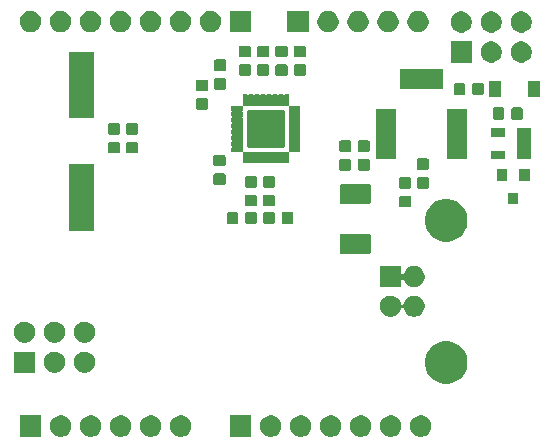
<source format=gbr>
G04 #@! TF.GenerationSoftware,KiCad,Pcbnew,(5.1.5)-3*
G04 #@! TF.CreationDate,2020-06-09T16:26:15+03:00*
G04 #@! TF.ProjectId,Arduino_Uno_R4,41726475-696e-46f5-9f55-6e6f5f52342e,rev?*
G04 #@! TF.SameCoordinates,Original*
G04 #@! TF.FileFunction,Soldermask,Bot*
G04 #@! TF.FilePolarity,Negative*
%FSLAX46Y46*%
G04 Gerber Fmt 4.6, Leading zero omitted, Abs format (unit mm)*
G04 Created by KiCad (PCBNEW (5.1.5)-3) date 2020-06-09 16:26:15*
%MOMM*%
%LPD*%
G04 APERTURE LIST*
%ADD10C,0.100000*%
G04 APERTURE END LIST*
D10*
G36*
X83958912Y-93668127D02*
G01*
X84108212Y-93697824D01*
X84272184Y-93765744D01*
X84419754Y-93864347D01*
X84545253Y-93989846D01*
X84643856Y-94137416D01*
X84711776Y-94301388D01*
X84746400Y-94475459D01*
X84746400Y-94652941D01*
X84711776Y-94827012D01*
X84643856Y-94990984D01*
X84545253Y-95138554D01*
X84419754Y-95264053D01*
X84272184Y-95362656D01*
X84108212Y-95430576D01*
X83958912Y-95460273D01*
X83934142Y-95465200D01*
X83756658Y-95465200D01*
X83731888Y-95460273D01*
X83582588Y-95430576D01*
X83418616Y-95362656D01*
X83271046Y-95264053D01*
X83145547Y-95138554D01*
X83046944Y-94990984D01*
X82979024Y-94827012D01*
X82944400Y-94652941D01*
X82944400Y-94475459D01*
X82979024Y-94301388D01*
X83046944Y-94137416D01*
X83145547Y-93989846D01*
X83271046Y-93864347D01*
X83418616Y-93765744D01*
X83582588Y-93697824D01*
X83731888Y-93668127D01*
X83756658Y-93663200D01*
X83934142Y-93663200D01*
X83958912Y-93668127D01*
G37*
G36*
X78878912Y-93668127D02*
G01*
X79028212Y-93697824D01*
X79192184Y-93765744D01*
X79339754Y-93864347D01*
X79465253Y-93989846D01*
X79563856Y-94137416D01*
X79631776Y-94301388D01*
X79666400Y-94475459D01*
X79666400Y-94652941D01*
X79631776Y-94827012D01*
X79563856Y-94990984D01*
X79465253Y-95138554D01*
X79339754Y-95264053D01*
X79192184Y-95362656D01*
X79028212Y-95430576D01*
X78878912Y-95460273D01*
X78854142Y-95465200D01*
X78676658Y-95465200D01*
X78651888Y-95460273D01*
X78502588Y-95430576D01*
X78338616Y-95362656D01*
X78191046Y-95264053D01*
X78065547Y-95138554D01*
X77966944Y-94990984D01*
X77899024Y-94827012D01*
X77864400Y-94652941D01*
X77864400Y-94475459D01*
X77899024Y-94301388D01*
X77966944Y-94137416D01*
X78065547Y-93989846D01*
X78191046Y-93864347D01*
X78338616Y-93765744D01*
X78502588Y-93697824D01*
X78651888Y-93668127D01*
X78676658Y-93663200D01*
X78854142Y-93663200D01*
X78878912Y-93668127D01*
G37*
G36*
X76338912Y-93668127D02*
G01*
X76488212Y-93697824D01*
X76652184Y-93765744D01*
X76799754Y-93864347D01*
X76925253Y-93989846D01*
X77023856Y-94137416D01*
X77091776Y-94301388D01*
X77126400Y-94475459D01*
X77126400Y-94652941D01*
X77091776Y-94827012D01*
X77023856Y-94990984D01*
X76925253Y-95138554D01*
X76799754Y-95264053D01*
X76652184Y-95362656D01*
X76488212Y-95430576D01*
X76338912Y-95460273D01*
X76314142Y-95465200D01*
X76136658Y-95465200D01*
X76111888Y-95460273D01*
X75962588Y-95430576D01*
X75798616Y-95362656D01*
X75651046Y-95264053D01*
X75525547Y-95138554D01*
X75426944Y-94990984D01*
X75359024Y-94827012D01*
X75324400Y-94652941D01*
X75324400Y-94475459D01*
X75359024Y-94301388D01*
X75426944Y-94137416D01*
X75525547Y-93989846D01*
X75651046Y-93864347D01*
X75798616Y-93765744D01*
X75962588Y-93697824D01*
X76111888Y-93668127D01*
X76136658Y-93663200D01*
X76314142Y-93663200D01*
X76338912Y-93668127D01*
G37*
G36*
X73798912Y-93668127D02*
G01*
X73948212Y-93697824D01*
X74112184Y-93765744D01*
X74259754Y-93864347D01*
X74385253Y-93989846D01*
X74483856Y-94137416D01*
X74551776Y-94301388D01*
X74586400Y-94475459D01*
X74586400Y-94652941D01*
X74551776Y-94827012D01*
X74483856Y-94990984D01*
X74385253Y-95138554D01*
X74259754Y-95264053D01*
X74112184Y-95362656D01*
X73948212Y-95430576D01*
X73798912Y-95460273D01*
X73774142Y-95465200D01*
X73596658Y-95465200D01*
X73571888Y-95460273D01*
X73422588Y-95430576D01*
X73258616Y-95362656D01*
X73111046Y-95264053D01*
X72985547Y-95138554D01*
X72886944Y-94990984D01*
X72819024Y-94827012D01*
X72784400Y-94652941D01*
X72784400Y-94475459D01*
X72819024Y-94301388D01*
X72886944Y-94137416D01*
X72985547Y-93989846D01*
X73111046Y-93864347D01*
X73258616Y-93765744D01*
X73422588Y-93697824D01*
X73571888Y-93668127D01*
X73596658Y-93663200D01*
X73774142Y-93663200D01*
X73798912Y-93668127D01*
G37*
G36*
X71258912Y-93668127D02*
G01*
X71408212Y-93697824D01*
X71572184Y-93765744D01*
X71719754Y-93864347D01*
X71845253Y-93989846D01*
X71943856Y-94137416D01*
X72011776Y-94301388D01*
X72046400Y-94475459D01*
X72046400Y-94652941D01*
X72011776Y-94827012D01*
X71943856Y-94990984D01*
X71845253Y-95138554D01*
X71719754Y-95264053D01*
X71572184Y-95362656D01*
X71408212Y-95430576D01*
X71258912Y-95460273D01*
X71234142Y-95465200D01*
X71056658Y-95465200D01*
X71031888Y-95460273D01*
X70882588Y-95430576D01*
X70718616Y-95362656D01*
X70571046Y-95264053D01*
X70445547Y-95138554D01*
X70346944Y-94990984D01*
X70279024Y-94827012D01*
X70244400Y-94652941D01*
X70244400Y-94475459D01*
X70279024Y-94301388D01*
X70346944Y-94137416D01*
X70445547Y-93989846D01*
X70571046Y-93864347D01*
X70718616Y-93765744D01*
X70882588Y-93697824D01*
X71031888Y-93668127D01*
X71056658Y-93663200D01*
X71234142Y-93663200D01*
X71258912Y-93668127D01*
G37*
G36*
X69506400Y-95465200D02*
G01*
X67704400Y-95465200D01*
X67704400Y-93663200D01*
X69506400Y-93663200D01*
X69506400Y-95465200D01*
G37*
G36*
X63638912Y-93668127D02*
G01*
X63788212Y-93697824D01*
X63952184Y-93765744D01*
X64099754Y-93864347D01*
X64225253Y-93989846D01*
X64323856Y-94137416D01*
X64391776Y-94301388D01*
X64426400Y-94475459D01*
X64426400Y-94652941D01*
X64391776Y-94827012D01*
X64323856Y-94990984D01*
X64225253Y-95138554D01*
X64099754Y-95264053D01*
X63952184Y-95362656D01*
X63788212Y-95430576D01*
X63638912Y-95460273D01*
X63614142Y-95465200D01*
X63436658Y-95465200D01*
X63411888Y-95460273D01*
X63262588Y-95430576D01*
X63098616Y-95362656D01*
X62951046Y-95264053D01*
X62825547Y-95138554D01*
X62726944Y-94990984D01*
X62659024Y-94827012D01*
X62624400Y-94652941D01*
X62624400Y-94475459D01*
X62659024Y-94301388D01*
X62726944Y-94137416D01*
X62825547Y-93989846D01*
X62951046Y-93864347D01*
X63098616Y-93765744D01*
X63262588Y-93697824D01*
X63411888Y-93668127D01*
X63436658Y-93663200D01*
X63614142Y-93663200D01*
X63638912Y-93668127D01*
G37*
G36*
X61098912Y-93668127D02*
G01*
X61248212Y-93697824D01*
X61412184Y-93765744D01*
X61559754Y-93864347D01*
X61685253Y-93989846D01*
X61783856Y-94137416D01*
X61851776Y-94301388D01*
X61886400Y-94475459D01*
X61886400Y-94652941D01*
X61851776Y-94827012D01*
X61783856Y-94990984D01*
X61685253Y-95138554D01*
X61559754Y-95264053D01*
X61412184Y-95362656D01*
X61248212Y-95430576D01*
X61098912Y-95460273D01*
X61074142Y-95465200D01*
X60896658Y-95465200D01*
X60871888Y-95460273D01*
X60722588Y-95430576D01*
X60558616Y-95362656D01*
X60411046Y-95264053D01*
X60285547Y-95138554D01*
X60186944Y-94990984D01*
X60119024Y-94827012D01*
X60084400Y-94652941D01*
X60084400Y-94475459D01*
X60119024Y-94301388D01*
X60186944Y-94137416D01*
X60285547Y-93989846D01*
X60411046Y-93864347D01*
X60558616Y-93765744D01*
X60722588Y-93697824D01*
X60871888Y-93668127D01*
X60896658Y-93663200D01*
X61074142Y-93663200D01*
X61098912Y-93668127D01*
G37*
G36*
X58558912Y-93668127D02*
G01*
X58708212Y-93697824D01*
X58872184Y-93765744D01*
X59019754Y-93864347D01*
X59145253Y-93989846D01*
X59243856Y-94137416D01*
X59311776Y-94301388D01*
X59346400Y-94475459D01*
X59346400Y-94652941D01*
X59311776Y-94827012D01*
X59243856Y-94990984D01*
X59145253Y-95138554D01*
X59019754Y-95264053D01*
X58872184Y-95362656D01*
X58708212Y-95430576D01*
X58558912Y-95460273D01*
X58534142Y-95465200D01*
X58356658Y-95465200D01*
X58331888Y-95460273D01*
X58182588Y-95430576D01*
X58018616Y-95362656D01*
X57871046Y-95264053D01*
X57745547Y-95138554D01*
X57646944Y-94990984D01*
X57579024Y-94827012D01*
X57544400Y-94652941D01*
X57544400Y-94475459D01*
X57579024Y-94301388D01*
X57646944Y-94137416D01*
X57745547Y-93989846D01*
X57871046Y-93864347D01*
X58018616Y-93765744D01*
X58182588Y-93697824D01*
X58331888Y-93668127D01*
X58356658Y-93663200D01*
X58534142Y-93663200D01*
X58558912Y-93668127D01*
G37*
G36*
X56018912Y-93668127D02*
G01*
X56168212Y-93697824D01*
X56332184Y-93765744D01*
X56479754Y-93864347D01*
X56605253Y-93989846D01*
X56703856Y-94137416D01*
X56771776Y-94301388D01*
X56806400Y-94475459D01*
X56806400Y-94652941D01*
X56771776Y-94827012D01*
X56703856Y-94990984D01*
X56605253Y-95138554D01*
X56479754Y-95264053D01*
X56332184Y-95362656D01*
X56168212Y-95430576D01*
X56018912Y-95460273D01*
X55994142Y-95465200D01*
X55816658Y-95465200D01*
X55791888Y-95460273D01*
X55642588Y-95430576D01*
X55478616Y-95362656D01*
X55331046Y-95264053D01*
X55205547Y-95138554D01*
X55106944Y-94990984D01*
X55039024Y-94827012D01*
X55004400Y-94652941D01*
X55004400Y-94475459D01*
X55039024Y-94301388D01*
X55106944Y-94137416D01*
X55205547Y-93989846D01*
X55331046Y-93864347D01*
X55478616Y-93765744D01*
X55642588Y-93697824D01*
X55791888Y-93668127D01*
X55816658Y-93663200D01*
X55994142Y-93663200D01*
X56018912Y-93668127D01*
G37*
G36*
X53478912Y-93668127D02*
G01*
X53628212Y-93697824D01*
X53792184Y-93765744D01*
X53939754Y-93864347D01*
X54065253Y-93989846D01*
X54163856Y-94137416D01*
X54231776Y-94301388D01*
X54266400Y-94475459D01*
X54266400Y-94652941D01*
X54231776Y-94827012D01*
X54163856Y-94990984D01*
X54065253Y-95138554D01*
X53939754Y-95264053D01*
X53792184Y-95362656D01*
X53628212Y-95430576D01*
X53478912Y-95460273D01*
X53454142Y-95465200D01*
X53276658Y-95465200D01*
X53251888Y-95460273D01*
X53102588Y-95430576D01*
X52938616Y-95362656D01*
X52791046Y-95264053D01*
X52665547Y-95138554D01*
X52566944Y-94990984D01*
X52499024Y-94827012D01*
X52464400Y-94652941D01*
X52464400Y-94475459D01*
X52499024Y-94301388D01*
X52566944Y-94137416D01*
X52665547Y-93989846D01*
X52791046Y-93864347D01*
X52938616Y-93765744D01*
X53102588Y-93697824D01*
X53251888Y-93668127D01*
X53276658Y-93663200D01*
X53454142Y-93663200D01*
X53478912Y-93668127D01*
G37*
G36*
X51726400Y-95465200D02*
G01*
X49924400Y-95465200D01*
X49924400Y-93663200D01*
X51726400Y-93663200D01*
X51726400Y-95465200D01*
G37*
G36*
X81418912Y-93668127D02*
G01*
X81568212Y-93697824D01*
X81732184Y-93765744D01*
X81879754Y-93864347D01*
X82005253Y-93989846D01*
X82103856Y-94137416D01*
X82171776Y-94301388D01*
X82206400Y-94475459D01*
X82206400Y-94652941D01*
X82171776Y-94827012D01*
X82103856Y-94990984D01*
X82005253Y-95138554D01*
X81879754Y-95264053D01*
X81732184Y-95362656D01*
X81568212Y-95430576D01*
X81418912Y-95460273D01*
X81394142Y-95465200D01*
X81216658Y-95465200D01*
X81191888Y-95460273D01*
X81042588Y-95430576D01*
X80878616Y-95362656D01*
X80731046Y-95264053D01*
X80605547Y-95138554D01*
X80506944Y-94990984D01*
X80439024Y-94827012D01*
X80404400Y-94652941D01*
X80404400Y-94475459D01*
X80439024Y-94301388D01*
X80506944Y-94137416D01*
X80605547Y-93989846D01*
X80731046Y-93864347D01*
X80878616Y-93765744D01*
X81042588Y-93697824D01*
X81191888Y-93668127D01*
X81216658Y-93663200D01*
X81394142Y-93663200D01*
X81418912Y-93668127D01*
G37*
G36*
X86515331Y-87453211D02*
G01*
X86843092Y-87588974D01*
X87138070Y-87786072D01*
X87388928Y-88036930D01*
X87586026Y-88331908D01*
X87721789Y-88659669D01*
X87791000Y-89007616D01*
X87791000Y-89362384D01*
X87721789Y-89710331D01*
X87586026Y-90038092D01*
X87388928Y-90333070D01*
X87138070Y-90583928D01*
X86843092Y-90781026D01*
X86515331Y-90916789D01*
X86167384Y-90986000D01*
X85812616Y-90986000D01*
X85464669Y-90916789D01*
X85136908Y-90781026D01*
X84841930Y-90583928D01*
X84591072Y-90333070D01*
X84393974Y-90038092D01*
X84258211Y-89710331D01*
X84189000Y-89362384D01*
X84189000Y-89007616D01*
X84258211Y-88659669D01*
X84393974Y-88331908D01*
X84591072Y-88036930D01*
X84841930Y-87786072D01*
X85136908Y-87588974D01*
X85464669Y-87453211D01*
X85812616Y-87384000D01*
X86167384Y-87384000D01*
X86515331Y-87453211D01*
G37*
G36*
X51193000Y-90055000D02*
G01*
X49391000Y-90055000D01*
X49391000Y-88253000D01*
X51193000Y-88253000D01*
X51193000Y-90055000D01*
G37*
G36*
X55485512Y-88257927D02*
G01*
X55634812Y-88287624D01*
X55798784Y-88355544D01*
X55946354Y-88454147D01*
X56071853Y-88579646D01*
X56170456Y-88727216D01*
X56238376Y-88891188D01*
X56273000Y-89065259D01*
X56273000Y-89242741D01*
X56238376Y-89416812D01*
X56170456Y-89580784D01*
X56071853Y-89728354D01*
X55946354Y-89853853D01*
X55798784Y-89952456D01*
X55634812Y-90020376D01*
X55485512Y-90050073D01*
X55460742Y-90055000D01*
X55283258Y-90055000D01*
X55258488Y-90050073D01*
X55109188Y-90020376D01*
X54945216Y-89952456D01*
X54797646Y-89853853D01*
X54672147Y-89728354D01*
X54573544Y-89580784D01*
X54505624Y-89416812D01*
X54471000Y-89242741D01*
X54471000Y-89065259D01*
X54505624Y-88891188D01*
X54573544Y-88727216D01*
X54672147Y-88579646D01*
X54797646Y-88454147D01*
X54945216Y-88355544D01*
X55109188Y-88287624D01*
X55258488Y-88257927D01*
X55283258Y-88253000D01*
X55460742Y-88253000D01*
X55485512Y-88257927D01*
G37*
G36*
X52945512Y-88257927D02*
G01*
X53094812Y-88287624D01*
X53258784Y-88355544D01*
X53406354Y-88454147D01*
X53531853Y-88579646D01*
X53630456Y-88727216D01*
X53698376Y-88891188D01*
X53733000Y-89065259D01*
X53733000Y-89242741D01*
X53698376Y-89416812D01*
X53630456Y-89580784D01*
X53531853Y-89728354D01*
X53406354Y-89853853D01*
X53258784Y-89952456D01*
X53094812Y-90020376D01*
X52945512Y-90050073D01*
X52920742Y-90055000D01*
X52743258Y-90055000D01*
X52718488Y-90050073D01*
X52569188Y-90020376D01*
X52405216Y-89952456D01*
X52257646Y-89853853D01*
X52132147Y-89728354D01*
X52033544Y-89580784D01*
X51965624Y-89416812D01*
X51931000Y-89242741D01*
X51931000Y-89065259D01*
X51965624Y-88891188D01*
X52033544Y-88727216D01*
X52132147Y-88579646D01*
X52257646Y-88454147D01*
X52405216Y-88355544D01*
X52569188Y-88287624D01*
X52718488Y-88257927D01*
X52743258Y-88253000D01*
X52920742Y-88253000D01*
X52945512Y-88257927D01*
G37*
G36*
X50405512Y-85717927D02*
G01*
X50554812Y-85747624D01*
X50718784Y-85815544D01*
X50866354Y-85914147D01*
X50991853Y-86039646D01*
X51090456Y-86187216D01*
X51158376Y-86351188D01*
X51193000Y-86525259D01*
X51193000Y-86702741D01*
X51158376Y-86876812D01*
X51090456Y-87040784D01*
X50991853Y-87188354D01*
X50866354Y-87313853D01*
X50718784Y-87412456D01*
X50554812Y-87480376D01*
X50405512Y-87510073D01*
X50380742Y-87515000D01*
X50203258Y-87515000D01*
X50178488Y-87510073D01*
X50029188Y-87480376D01*
X49865216Y-87412456D01*
X49717646Y-87313853D01*
X49592147Y-87188354D01*
X49493544Y-87040784D01*
X49425624Y-86876812D01*
X49391000Y-86702741D01*
X49391000Y-86525259D01*
X49425624Y-86351188D01*
X49493544Y-86187216D01*
X49592147Y-86039646D01*
X49717646Y-85914147D01*
X49865216Y-85815544D01*
X50029188Y-85747624D01*
X50178488Y-85717927D01*
X50203258Y-85713000D01*
X50380742Y-85713000D01*
X50405512Y-85717927D01*
G37*
G36*
X55485512Y-85717927D02*
G01*
X55634812Y-85747624D01*
X55798784Y-85815544D01*
X55946354Y-85914147D01*
X56071853Y-86039646D01*
X56170456Y-86187216D01*
X56238376Y-86351188D01*
X56273000Y-86525259D01*
X56273000Y-86702741D01*
X56238376Y-86876812D01*
X56170456Y-87040784D01*
X56071853Y-87188354D01*
X55946354Y-87313853D01*
X55798784Y-87412456D01*
X55634812Y-87480376D01*
X55485512Y-87510073D01*
X55460742Y-87515000D01*
X55283258Y-87515000D01*
X55258488Y-87510073D01*
X55109188Y-87480376D01*
X54945216Y-87412456D01*
X54797646Y-87313853D01*
X54672147Y-87188354D01*
X54573544Y-87040784D01*
X54505624Y-86876812D01*
X54471000Y-86702741D01*
X54471000Y-86525259D01*
X54505624Y-86351188D01*
X54573544Y-86187216D01*
X54672147Y-86039646D01*
X54797646Y-85914147D01*
X54945216Y-85815544D01*
X55109188Y-85747624D01*
X55258488Y-85717927D01*
X55283258Y-85713000D01*
X55460742Y-85713000D01*
X55485512Y-85717927D01*
G37*
G36*
X52945512Y-85717927D02*
G01*
X53094812Y-85747624D01*
X53258784Y-85815544D01*
X53406354Y-85914147D01*
X53531853Y-86039646D01*
X53630456Y-86187216D01*
X53698376Y-86351188D01*
X53733000Y-86525259D01*
X53733000Y-86702741D01*
X53698376Y-86876812D01*
X53630456Y-87040784D01*
X53531853Y-87188354D01*
X53406354Y-87313853D01*
X53258784Y-87412456D01*
X53094812Y-87480376D01*
X52945512Y-87510073D01*
X52920742Y-87515000D01*
X52743258Y-87515000D01*
X52718488Y-87510073D01*
X52569188Y-87480376D01*
X52405216Y-87412456D01*
X52257646Y-87313853D01*
X52132147Y-87188354D01*
X52033544Y-87040784D01*
X51965624Y-86876812D01*
X51931000Y-86702741D01*
X51931000Y-86525259D01*
X51965624Y-86351188D01*
X52033544Y-86187216D01*
X52132147Y-86039646D01*
X52257646Y-85914147D01*
X52405216Y-85815544D01*
X52569188Y-85747624D01*
X52718488Y-85717927D01*
X52743258Y-85713000D01*
X52920742Y-85713000D01*
X52945512Y-85717927D01*
G37*
G36*
X81393512Y-83518927D02*
G01*
X81542812Y-83548624D01*
X81706784Y-83616544D01*
X81854354Y-83715147D01*
X81979853Y-83840646D01*
X82078456Y-83988216D01*
X82146376Y-84152188D01*
X82157405Y-84207638D01*
X82164516Y-84231078D01*
X82176067Y-84252689D01*
X82191613Y-84271631D01*
X82210555Y-84287176D01*
X82232165Y-84298727D01*
X82255614Y-84305840D01*
X82280000Y-84308242D01*
X82304387Y-84305840D01*
X82327835Y-84298727D01*
X82349446Y-84287176D01*
X82368388Y-84271630D01*
X82383933Y-84252688D01*
X82395484Y-84231078D01*
X82402595Y-84207638D01*
X82413624Y-84152188D01*
X82481544Y-83988216D01*
X82580147Y-83840646D01*
X82705646Y-83715147D01*
X82853216Y-83616544D01*
X83017188Y-83548624D01*
X83166488Y-83518927D01*
X83191258Y-83514000D01*
X83368742Y-83514000D01*
X83393512Y-83518927D01*
X83542812Y-83548624D01*
X83706784Y-83616544D01*
X83854354Y-83715147D01*
X83979853Y-83840646D01*
X84078456Y-83988216D01*
X84146376Y-84152188D01*
X84181000Y-84326259D01*
X84181000Y-84503741D01*
X84146376Y-84677812D01*
X84078456Y-84841784D01*
X83979853Y-84989354D01*
X83854354Y-85114853D01*
X83706784Y-85213456D01*
X83542812Y-85281376D01*
X83393512Y-85311073D01*
X83368742Y-85316000D01*
X83191258Y-85316000D01*
X83166488Y-85311073D01*
X83017188Y-85281376D01*
X82853216Y-85213456D01*
X82705646Y-85114853D01*
X82580147Y-84989354D01*
X82481544Y-84841784D01*
X82413624Y-84677812D01*
X82402595Y-84622362D01*
X82395484Y-84598922D01*
X82383933Y-84577311D01*
X82368387Y-84558369D01*
X82349445Y-84542824D01*
X82327835Y-84531273D01*
X82304386Y-84524160D01*
X82280000Y-84521758D01*
X82255613Y-84524160D01*
X82232165Y-84531273D01*
X82210554Y-84542824D01*
X82191612Y-84558370D01*
X82176067Y-84577312D01*
X82164516Y-84598922D01*
X82157405Y-84622362D01*
X82146376Y-84677812D01*
X82078456Y-84841784D01*
X81979853Y-84989354D01*
X81854354Y-85114853D01*
X81706784Y-85213456D01*
X81542812Y-85281376D01*
X81393512Y-85311073D01*
X81368742Y-85316000D01*
X81191258Y-85316000D01*
X81166488Y-85311073D01*
X81017188Y-85281376D01*
X80853216Y-85213456D01*
X80705646Y-85114853D01*
X80580147Y-84989354D01*
X80481544Y-84841784D01*
X80413624Y-84677812D01*
X80379000Y-84503741D01*
X80379000Y-84326259D01*
X80413624Y-84152188D01*
X80481544Y-83988216D01*
X80580147Y-83840646D01*
X80705646Y-83715147D01*
X80853216Y-83616544D01*
X81017188Y-83548624D01*
X81166488Y-83518927D01*
X81191258Y-83514000D01*
X81368742Y-83514000D01*
X81393512Y-83518927D01*
G37*
G36*
X82181000Y-81585383D02*
G01*
X82183402Y-81609769D01*
X82190515Y-81633218D01*
X82202066Y-81654829D01*
X82217611Y-81673771D01*
X82236553Y-81689316D01*
X82258164Y-81700867D01*
X82281613Y-81707980D01*
X82305999Y-81710382D01*
X82330385Y-81707980D01*
X82353834Y-81700867D01*
X82375445Y-81689316D01*
X82394387Y-81673771D01*
X82409932Y-81654829D01*
X82421477Y-81633229D01*
X82481544Y-81488216D01*
X82580147Y-81340646D01*
X82705646Y-81215147D01*
X82853216Y-81116544D01*
X83017188Y-81048624D01*
X83166488Y-81018927D01*
X83191258Y-81014000D01*
X83368742Y-81014000D01*
X83393512Y-81018927D01*
X83542812Y-81048624D01*
X83706784Y-81116544D01*
X83854354Y-81215147D01*
X83979853Y-81340646D01*
X84078456Y-81488216D01*
X84146376Y-81652188D01*
X84181000Y-81826259D01*
X84181000Y-82003741D01*
X84146376Y-82177812D01*
X84078456Y-82341784D01*
X83979853Y-82489354D01*
X83854354Y-82614853D01*
X83706784Y-82713456D01*
X83542812Y-82781376D01*
X83393512Y-82811073D01*
X83368742Y-82816000D01*
X83191258Y-82816000D01*
X83166488Y-82811073D01*
X83017188Y-82781376D01*
X82853216Y-82713456D01*
X82705646Y-82614853D01*
X82580147Y-82489354D01*
X82481544Y-82341784D01*
X82421477Y-82196771D01*
X82409932Y-82175171D01*
X82394387Y-82156229D01*
X82375445Y-82140684D01*
X82353834Y-82129133D01*
X82330385Y-82122020D01*
X82305999Y-82119618D01*
X82281613Y-82122020D01*
X82258164Y-82129133D01*
X82236553Y-82140684D01*
X82217611Y-82156229D01*
X82202066Y-82175171D01*
X82190515Y-82196782D01*
X82183402Y-82220231D01*
X82181000Y-82244617D01*
X82181000Y-82816000D01*
X80379000Y-82816000D01*
X80379000Y-81014000D01*
X82181000Y-81014000D01*
X82181000Y-81585383D01*
G37*
G36*
X77573051Y-78285184D02*
G01*
X77589446Y-78290158D01*
X77609078Y-78300651D01*
X77631717Y-78310028D01*
X77655750Y-78314808D01*
X77680254Y-78314808D01*
X77704287Y-78310027D01*
X77726922Y-78300651D01*
X77746554Y-78290158D01*
X77762949Y-78285184D01*
X77786141Y-78282900D01*
X78199859Y-78282900D01*
X78223051Y-78285184D01*
X78239446Y-78290158D01*
X78259078Y-78300651D01*
X78281717Y-78310028D01*
X78305750Y-78314808D01*
X78330254Y-78314808D01*
X78354287Y-78310027D01*
X78376922Y-78300651D01*
X78396554Y-78290158D01*
X78412949Y-78285184D01*
X78436141Y-78282900D01*
X78849859Y-78282900D01*
X78873051Y-78285184D01*
X78889446Y-78290158D01*
X78909078Y-78300651D01*
X78931717Y-78310028D01*
X78955750Y-78314808D01*
X78980254Y-78314808D01*
X79004287Y-78310027D01*
X79026922Y-78300651D01*
X79046554Y-78290158D01*
X79062949Y-78285184D01*
X79086141Y-78282900D01*
X79499859Y-78282900D01*
X79523051Y-78285184D01*
X79539443Y-78290157D01*
X79554555Y-78298234D01*
X79567798Y-78309102D01*
X79578666Y-78322345D01*
X79586743Y-78337457D01*
X79591716Y-78353849D01*
X79594000Y-78377041D01*
X79594000Y-79915759D01*
X79591716Y-79938951D01*
X79586743Y-79955343D01*
X79578666Y-79970455D01*
X79567798Y-79983698D01*
X79554555Y-79994566D01*
X79539443Y-80002643D01*
X79523051Y-80007616D01*
X79499859Y-80009900D01*
X79086141Y-80009900D01*
X79062949Y-80007616D01*
X79046554Y-80002642D01*
X79026922Y-79992149D01*
X79004283Y-79982772D01*
X78980250Y-79977992D01*
X78955746Y-79977992D01*
X78931713Y-79982773D01*
X78909078Y-79992149D01*
X78889446Y-80002642D01*
X78873051Y-80007616D01*
X78849859Y-80009900D01*
X78436141Y-80009900D01*
X78412949Y-80007616D01*
X78396554Y-80002642D01*
X78376922Y-79992149D01*
X78354283Y-79982772D01*
X78330250Y-79977992D01*
X78305746Y-79977992D01*
X78281713Y-79982773D01*
X78259078Y-79992149D01*
X78239446Y-80002642D01*
X78223051Y-80007616D01*
X78199859Y-80009900D01*
X77786141Y-80009900D01*
X77762949Y-80007616D01*
X77746554Y-80002642D01*
X77726922Y-79992149D01*
X77704283Y-79982772D01*
X77680250Y-79977992D01*
X77655746Y-79977992D01*
X77631713Y-79982773D01*
X77609078Y-79992149D01*
X77589446Y-80002642D01*
X77573051Y-80007616D01*
X77549859Y-80009900D01*
X77136141Y-80009900D01*
X77112949Y-80007616D01*
X77096557Y-80002643D01*
X77081445Y-79994566D01*
X77068202Y-79983698D01*
X77057334Y-79970455D01*
X77049257Y-79955343D01*
X77044284Y-79938951D01*
X77042000Y-79915759D01*
X77042000Y-78377041D01*
X77044284Y-78353849D01*
X77049257Y-78337457D01*
X77057334Y-78322345D01*
X77068202Y-78309102D01*
X77081445Y-78298234D01*
X77096557Y-78290157D01*
X77112949Y-78285184D01*
X77136141Y-78282900D01*
X77549859Y-78282900D01*
X77573051Y-78285184D01*
G37*
G36*
X86515331Y-75413211D02*
G01*
X86843092Y-75548974D01*
X87138070Y-75746072D01*
X87388928Y-75996930D01*
X87586026Y-76291908D01*
X87721789Y-76619669D01*
X87791000Y-76967616D01*
X87791000Y-77322384D01*
X87721789Y-77670331D01*
X87586026Y-77998092D01*
X87388928Y-78293070D01*
X87138070Y-78543928D01*
X86843092Y-78741026D01*
X86515331Y-78876789D01*
X86167384Y-78946000D01*
X85812616Y-78946000D01*
X85464669Y-78876789D01*
X85136908Y-78741026D01*
X84841930Y-78543928D01*
X84591072Y-78293070D01*
X84393974Y-77998092D01*
X84258211Y-77670331D01*
X84189000Y-77322384D01*
X84189000Y-76967616D01*
X84258211Y-76619669D01*
X84393974Y-76291908D01*
X84591072Y-75996930D01*
X84841930Y-75746072D01*
X85136908Y-75548974D01*
X85464669Y-75413211D01*
X85812616Y-75344000D01*
X86167384Y-75344000D01*
X86515331Y-75413211D01*
G37*
G36*
X56169000Y-78010600D02*
G01*
X54067000Y-78010600D01*
X54067000Y-72408600D01*
X56169000Y-72408600D01*
X56169000Y-78010600D01*
G37*
G36*
X68236091Y-76439885D02*
G01*
X68270069Y-76450193D01*
X68301390Y-76466934D01*
X68328839Y-76489461D01*
X68351366Y-76516910D01*
X68368107Y-76548231D01*
X68378415Y-76582209D01*
X68382500Y-76623690D01*
X68382500Y-77299910D01*
X68378415Y-77341391D01*
X68368107Y-77375369D01*
X68351366Y-77406690D01*
X68328839Y-77434139D01*
X68301390Y-77456666D01*
X68270069Y-77473407D01*
X68236091Y-77483715D01*
X68194610Y-77487800D01*
X67593390Y-77487800D01*
X67551909Y-77483715D01*
X67517931Y-77473407D01*
X67486610Y-77456666D01*
X67459161Y-77434139D01*
X67436634Y-77406690D01*
X67419893Y-77375369D01*
X67409585Y-77341391D01*
X67405500Y-77299910D01*
X67405500Y-76623690D01*
X67409585Y-76582209D01*
X67419893Y-76548231D01*
X67436634Y-76516910D01*
X67459161Y-76489461D01*
X67486610Y-76466934D01*
X67517931Y-76450193D01*
X67551909Y-76439885D01*
X67593390Y-76435800D01*
X68194610Y-76435800D01*
X68236091Y-76439885D01*
G37*
G36*
X69811091Y-76439885D02*
G01*
X69845069Y-76450193D01*
X69876390Y-76466934D01*
X69903839Y-76489461D01*
X69926366Y-76516910D01*
X69943107Y-76548231D01*
X69953415Y-76582209D01*
X69957500Y-76623690D01*
X69957500Y-77299910D01*
X69953415Y-77341391D01*
X69943107Y-77375369D01*
X69926366Y-77406690D01*
X69903839Y-77434139D01*
X69876390Y-77456666D01*
X69845069Y-77473407D01*
X69811091Y-77483715D01*
X69769610Y-77487800D01*
X69168390Y-77487800D01*
X69126909Y-77483715D01*
X69092931Y-77473407D01*
X69061610Y-77456666D01*
X69034161Y-77434139D01*
X69011634Y-77406690D01*
X68994893Y-77375369D01*
X68984585Y-77341391D01*
X68980500Y-77299910D01*
X68980500Y-76623690D01*
X68984585Y-76582209D01*
X68994893Y-76548231D01*
X69011634Y-76516910D01*
X69034161Y-76489461D01*
X69061610Y-76466934D01*
X69092931Y-76450193D01*
X69126909Y-76439885D01*
X69168390Y-76435800D01*
X69769610Y-76435800D01*
X69811091Y-76439885D01*
G37*
G36*
X72910091Y-76414685D02*
G01*
X72944069Y-76424993D01*
X72975390Y-76441734D01*
X73002839Y-76464261D01*
X73025366Y-76491710D01*
X73042107Y-76523031D01*
X73052415Y-76557009D01*
X73056500Y-76598490D01*
X73056500Y-77274710D01*
X73052415Y-77316191D01*
X73042107Y-77350169D01*
X73025366Y-77381490D01*
X73002839Y-77408939D01*
X72975390Y-77431466D01*
X72944069Y-77448207D01*
X72910091Y-77458515D01*
X72868610Y-77462600D01*
X72267390Y-77462600D01*
X72225909Y-77458515D01*
X72191931Y-77448207D01*
X72160610Y-77431466D01*
X72133161Y-77408939D01*
X72110634Y-77381490D01*
X72093893Y-77350169D01*
X72083585Y-77316191D01*
X72079500Y-77274710D01*
X72079500Y-76598490D01*
X72083585Y-76557009D01*
X72093893Y-76523031D01*
X72110634Y-76491710D01*
X72133161Y-76464261D01*
X72160610Y-76441734D01*
X72191931Y-76424993D01*
X72225909Y-76414685D01*
X72267390Y-76410600D01*
X72868610Y-76410600D01*
X72910091Y-76414685D01*
G37*
G36*
X71335091Y-76414685D02*
G01*
X71369069Y-76424993D01*
X71400390Y-76441734D01*
X71427839Y-76464261D01*
X71450366Y-76491710D01*
X71467107Y-76523031D01*
X71477415Y-76557009D01*
X71481500Y-76598490D01*
X71481500Y-77274710D01*
X71477415Y-77316191D01*
X71467107Y-77350169D01*
X71450366Y-77381490D01*
X71427839Y-77408939D01*
X71400390Y-77431466D01*
X71369069Y-77448207D01*
X71335091Y-77458515D01*
X71293610Y-77462600D01*
X70692390Y-77462600D01*
X70650909Y-77458515D01*
X70616931Y-77448207D01*
X70585610Y-77431466D01*
X70558161Y-77408939D01*
X70535634Y-77381490D01*
X70518893Y-77350169D01*
X70508585Y-77316191D01*
X70504500Y-77274710D01*
X70504500Y-76598490D01*
X70508585Y-76557009D01*
X70518893Y-76523031D01*
X70535634Y-76491710D01*
X70558161Y-76464261D01*
X70585610Y-76441734D01*
X70616931Y-76424993D01*
X70650909Y-76414685D01*
X70692390Y-76410600D01*
X71293610Y-76410600D01*
X71335091Y-76414685D01*
G37*
G36*
X82904191Y-75055385D02*
G01*
X82938169Y-75065693D01*
X82969490Y-75082434D01*
X82996939Y-75104961D01*
X83019466Y-75132410D01*
X83036207Y-75163731D01*
X83046515Y-75197709D01*
X83050600Y-75239190D01*
X83050600Y-75840410D01*
X83046515Y-75881891D01*
X83036207Y-75915869D01*
X83019466Y-75947190D01*
X82996939Y-75974639D01*
X82969490Y-75997166D01*
X82938169Y-76013907D01*
X82904191Y-76024215D01*
X82862710Y-76028300D01*
X82186490Y-76028300D01*
X82145009Y-76024215D01*
X82111031Y-76013907D01*
X82079710Y-75997166D01*
X82052261Y-75974639D01*
X82029734Y-75947190D01*
X82012993Y-75915869D01*
X82002685Y-75881891D01*
X81998600Y-75840410D01*
X81998600Y-75239190D01*
X82002685Y-75197709D01*
X82012993Y-75163731D01*
X82029734Y-75132410D01*
X82052261Y-75104961D01*
X82079710Y-75082434D01*
X82111031Y-75065693D01*
X82145009Y-75055385D01*
X82186490Y-75051300D01*
X82862710Y-75051300D01*
X82904191Y-75055385D01*
G37*
G36*
X69848591Y-74991885D02*
G01*
X69882569Y-75002193D01*
X69913890Y-75018934D01*
X69941339Y-75041461D01*
X69963866Y-75068910D01*
X69980607Y-75100231D01*
X69990915Y-75134209D01*
X69995000Y-75175690D01*
X69995000Y-75776910D01*
X69990915Y-75818391D01*
X69980607Y-75852369D01*
X69963866Y-75883690D01*
X69941339Y-75911139D01*
X69913890Y-75933666D01*
X69882569Y-75950407D01*
X69848591Y-75960715D01*
X69807110Y-75964800D01*
X69130890Y-75964800D01*
X69089409Y-75960715D01*
X69055431Y-75950407D01*
X69024110Y-75933666D01*
X68996661Y-75911139D01*
X68974134Y-75883690D01*
X68957393Y-75852369D01*
X68947085Y-75818391D01*
X68943000Y-75776910D01*
X68943000Y-75175690D01*
X68947085Y-75134209D01*
X68957393Y-75100231D01*
X68974134Y-75068910D01*
X68996661Y-75041461D01*
X69024110Y-75018934D01*
X69055431Y-75002193D01*
X69089409Y-74991885D01*
X69130890Y-74987800D01*
X69807110Y-74987800D01*
X69848591Y-74991885D01*
G37*
G36*
X71372591Y-74991885D02*
G01*
X71406569Y-75002193D01*
X71437890Y-75018934D01*
X71465339Y-75041461D01*
X71487866Y-75068910D01*
X71504607Y-75100231D01*
X71514915Y-75134209D01*
X71519000Y-75175690D01*
X71519000Y-75776910D01*
X71514915Y-75818391D01*
X71504607Y-75852369D01*
X71487866Y-75883690D01*
X71465339Y-75911139D01*
X71437890Y-75933666D01*
X71406569Y-75950407D01*
X71372591Y-75960715D01*
X71331110Y-75964800D01*
X70654890Y-75964800D01*
X70613409Y-75960715D01*
X70579431Y-75950407D01*
X70548110Y-75933666D01*
X70520661Y-75911139D01*
X70498134Y-75883690D01*
X70481393Y-75852369D01*
X70471085Y-75818391D01*
X70467000Y-75776910D01*
X70467000Y-75175690D01*
X70471085Y-75134209D01*
X70481393Y-75100231D01*
X70498134Y-75068910D01*
X70520661Y-75041461D01*
X70548110Y-75018934D01*
X70579431Y-75002193D01*
X70613409Y-74991885D01*
X70654890Y-74987800D01*
X71331110Y-74987800D01*
X71372591Y-74991885D01*
G37*
G36*
X92119600Y-75796000D02*
G01*
X91217600Y-75796000D01*
X91217600Y-74794000D01*
X92119600Y-74794000D01*
X92119600Y-75796000D01*
G37*
G36*
X77573051Y-74060184D02*
G01*
X77589446Y-74065158D01*
X77609078Y-74075651D01*
X77631717Y-74085028D01*
X77655750Y-74089808D01*
X77680254Y-74089808D01*
X77704287Y-74085027D01*
X77726922Y-74075651D01*
X77746554Y-74065158D01*
X77762949Y-74060184D01*
X77786141Y-74057900D01*
X78199859Y-74057900D01*
X78223051Y-74060184D01*
X78239446Y-74065158D01*
X78259078Y-74075651D01*
X78281717Y-74085028D01*
X78305750Y-74089808D01*
X78330254Y-74089808D01*
X78354287Y-74085027D01*
X78376922Y-74075651D01*
X78396554Y-74065158D01*
X78412949Y-74060184D01*
X78436141Y-74057900D01*
X78849859Y-74057900D01*
X78873051Y-74060184D01*
X78889446Y-74065158D01*
X78909078Y-74075651D01*
X78931717Y-74085028D01*
X78955750Y-74089808D01*
X78980254Y-74089808D01*
X79004287Y-74085027D01*
X79026922Y-74075651D01*
X79046554Y-74065158D01*
X79062949Y-74060184D01*
X79086141Y-74057900D01*
X79499859Y-74057900D01*
X79523051Y-74060184D01*
X79539443Y-74065157D01*
X79554555Y-74073234D01*
X79567798Y-74084102D01*
X79578666Y-74097345D01*
X79586743Y-74112457D01*
X79591716Y-74128849D01*
X79594000Y-74152041D01*
X79594000Y-75690759D01*
X79591716Y-75713951D01*
X79586743Y-75730343D01*
X79578666Y-75745455D01*
X79567798Y-75758698D01*
X79554555Y-75769566D01*
X79539443Y-75777643D01*
X79523051Y-75782616D01*
X79499859Y-75784900D01*
X79086141Y-75784900D01*
X79062949Y-75782616D01*
X79046554Y-75777642D01*
X79026922Y-75767149D01*
X79004283Y-75757772D01*
X78980250Y-75752992D01*
X78955746Y-75752992D01*
X78931713Y-75757773D01*
X78909078Y-75767149D01*
X78889446Y-75777642D01*
X78873051Y-75782616D01*
X78849859Y-75784900D01*
X78436141Y-75784900D01*
X78412949Y-75782616D01*
X78396554Y-75777642D01*
X78376922Y-75767149D01*
X78354283Y-75757772D01*
X78330250Y-75752992D01*
X78305746Y-75752992D01*
X78281713Y-75757773D01*
X78259078Y-75767149D01*
X78239446Y-75777642D01*
X78223051Y-75782616D01*
X78199859Y-75784900D01*
X77786141Y-75784900D01*
X77762949Y-75782616D01*
X77746554Y-75777642D01*
X77726922Y-75767149D01*
X77704283Y-75757772D01*
X77680250Y-75752992D01*
X77655746Y-75752992D01*
X77631713Y-75757773D01*
X77609078Y-75767149D01*
X77589446Y-75777642D01*
X77573051Y-75782616D01*
X77549859Y-75784900D01*
X77136141Y-75784900D01*
X77112949Y-75782616D01*
X77096557Y-75777643D01*
X77081445Y-75769566D01*
X77068202Y-75758698D01*
X77057334Y-75745455D01*
X77049257Y-75730343D01*
X77044284Y-75713951D01*
X77042000Y-75690759D01*
X77042000Y-74152041D01*
X77044284Y-74128849D01*
X77049257Y-74112457D01*
X77057334Y-74097345D01*
X77068202Y-74084102D01*
X77081445Y-74073234D01*
X77096557Y-74065157D01*
X77112949Y-74060184D01*
X77136141Y-74057900D01*
X77549859Y-74057900D01*
X77573051Y-74060184D01*
G37*
G36*
X84402791Y-73480485D02*
G01*
X84436769Y-73490793D01*
X84468090Y-73507534D01*
X84495539Y-73530061D01*
X84518066Y-73557510D01*
X84534807Y-73588831D01*
X84545115Y-73622809D01*
X84549200Y-73664290D01*
X84549200Y-74265510D01*
X84545115Y-74306991D01*
X84534807Y-74340969D01*
X84518066Y-74372290D01*
X84495539Y-74399739D01*
X84468090Y-74422266D01*
X84436769Y-74439007D01*
X84402791Y-74449315D01*
X84361310Y-74453400D01*
X83685090Y-74453400D01*
X83643609Y-74449315D01*
X83609631Y-74439007D01*
X83578310Y-74422266D01*
X83550861Y-74399739D01*
X83528334Y-74372290D01*
X83511593Y-74340969D01*
X83501285Y-74306991D01*
X83497200Y-74265510D01*
X83497200Y-73664290D01*
X83501285Y-73622809D01*
X83511593Y-73588831D01*
X83528334Y-73557510D01*
X83550861Y-73530061D01*
X83578310Y-73507534D01*
X83609631Y-73490793D01*
X83643609Y-73480485D01*
X83685090Y-73476400D01*
X84361310Y-73476400D01*
X84402791Y-73480485D01*
G37*
G36*
X82904191Y-73480385D02*
G01*
X82938169Y-73490693D01*
X82969490Y-73507434D01*
X82996939Y-73529961D01*
X83019466Y-73557410D01*
X83036207Y-73588731D01*
X83046515Y-73622709D01*
X83050600Y-73664190D01*
X83050600Y-74265410D01*
X83046515Y-74306891D01*
X83036207Y-74340869D01*
X83019466Y-74372190D01*
X82996939Y-74399639D01*
X82969490Y-74422166D01*
X82938169Y-74438907D01*
X82904191Y-74449215D01*
X82862710Y-74453300D01*
X82186490Y-74453300D01*
X82145009Y-74449215D01*
X82111031Y-74438907D01*
X82079710Y-74422166D01*
X82052261Y-74399639D01*
X82029734Y-74372190D01*
X82012993Y-74340869D01*
X82002685Y-74306891D01*
X81998600Y-74265410D01*
X81998600Y-73664190D01*
X82002685Y-73622709D01*
X82012993Y-73588731D01*
X82029734Y-73557410D01*
X82052261Y-73529961D01*
X82079710Y-73507434D01*
X82111031Y-73490693D01*
X82145009Y-73480385D01*
X82186490Y-73476300D01*
X82862710Y-73476300D01*
X82904191Y-73480385D01*
G37*
G36*
X69848591Y-73416885D02*
G01*
X69882569Y-73427193D01*
X69913890Y-73443934D01*
X69941339Y-73466461D01*
X69963866Y-73493910D01*
X69980607Y-73525231D01*
X69990915Y-73559209D01*
X69995000Y-73600690D01*
X69995000Y-74201910D01*
X69990915Y-74243391D01*
X69980607Y-74277369D01*
X69963866Y-74308690D01*
X69941339Y-74336139D01*
X69913890Y-74358666D01*
X69882569Y-74375407D01*
X69848591Y-74385715D01*
X69807110Y-74389800D01*
X69130890Y-74389800D01*
X69089409Y-74385715D01*
X69055431Y-74375407D01*
X69024110Y-74358666D01*
X68996661Y-74336139D01*
X68974134Y-74308690D01*
X68957393Y-74277369D01*
X68947085Y-74243391D01*
X68943000Y-74201910D01*
X68943000Y-73600690D01*
X68947085Y-73559209D01*
X68957393Y-73525231D01*
X68974134Y-73493910D01*
X68996661Y-73466461D01*
X69024110Y-73443934D01*
X69055431Y-73427193D01*
X69089409Y-73416885D01*
X69130890Y-73412800D01*
X69807110Y-73412800D01*
X69848591Y-73416885D01*
G37*
G36*
X71372591Y-73416885D02*
G01*
X71406569Y-73427193D01*
X71437890Y-73443934D01*
X71465339Y-73466461D01*
X71487866Y-73493910D01*
X71504607Y-73525231D01*
X71514915Y-73559209D01*
X71519000Y-73600690D01*
X71519000Y-74201910D01*
X71514915Y-74243391D01*
X71504607Y-74277369D01*
X71487866Y-74308690D01*
X71465339Y-74336139D01*
X71437890Y-74358666D01*
X71406569Y-74375407D01*
X71372591Y-74385715D01*
X71331110Y-74389800D01*
X70654890Y-74389800D01*
X70613409Y-74385715D01*
X70579431Y-74375407D01*
X70548110Y-74358666D01*
X70520661Y-74336139D01*
X70498134Y-74308690D01*
X70481393Y-74277369D01*
X70471085Y-74243391D01*
X70467000Y-74201910D01*
X70467000Y-73600690D01*
X70471085Y-73559209D01*
X70481393Y-73525231D01*
X70498134Y-73493910D01*
X70520661Y-73466461D01*
X70548110Y-73443934D01*
X70579431Y-73427193D01*
X70613409Y-73416885D01*
X70654890Y-73412800D01*
X71331110Y-73412800D01*
X71372591Y-73416885D01*
G37*
G36*
X67181591Y-73175585D02*
G01*
X67215569Y-73185893D01*
X67246890Y-73202634D01*
X67274339Y-73225161D01*
X67296866Y-73252610D01*
X67313607Y-73283931D01*
X67323915Y-73317909D01*
X67328000Y-73359390D01*
X67328000Y-73960610D01*
X67323915Y-74002091D01*
X67313607Y-74036069D01*
X67296866Y-74067390D01*
X67274339Y-74094839D01*
X67246890Y-74117366D01*
X67215569Y-74134107D01*
X67181591Y-74144415D01*
X67140110Y-74148500D01*
X66463890Y-74148500D01*
X66422409Y-74144415D01*
X66388431Y-74134107D01*
X66357110Y-74117366D01*
X66329661Y-74094839D01*
X66307134Y-74067390D01*
X66290393Y-74036069D01*
X66280085Y-74002091D01*
X66276000Y-73960610D01*
X66276000Y-73359390D01*
X66280085Y-73317909D01*
X66290393Y-73283931D01*
X66307134Y-73252610D01*
X66329661Y-73225161D01*
X66357110Y-73202634D01*
X66388431Y-73185893D01*
X66422409Y-73175585D01*
X66463890Y-73171500D01*
X67140110Y-73171500D01*
X67181591Y-73175585D01*
G37*
G36*
X93069600Y-73796000D02*
G01*
X92167600Y-73796000D01*
X92167600Y-72794000D01*
X93069600Y-72794000D01*
X93069600Y-73796000D01*
G37*
G36*
X91169600Y-73796000D02*
G01*
X90267600Y-73796000D01*
X90267600Y-72794000D01*
X91169600Y-72794000D01*
X91169600Y-73796000D01*
G37*
G36*
X79398991Y-71956585D02*
G01*
X79432969Y-71966893D01*
X79464290Y-71983634D01*
X79491739Y-72006161D01*
X79514266Y-72033610D01*
X79531007Y-72064931D01*
X79541315Y-72098909D01*
X79545400Y-72140390D01*
X79545400Y-72741610D01*
X79541315Y-72783091D01*
X79531007Y-72817069D01*
X79514266Y-72848390D01*
X79491739Y-72875839D01*
X79464290Y-72898366D01*
X79432969Y-72915107D01*
X79398991Y-72925415D01*
X79357510Y-72929500D01*
X78681290Y-72929500D01*
X78639809Y-72925415D01*
X78605831Y-72915107D01*
X78574510Y-72898366D01*
X78547061Y-72875839D01*
X78524534Y-72848390D01*
X78507793Y-72817069D01*
X78497485Y-72783091D01*
X78493400Y-72741610D01*
X78493400Y-72140390D01*
X78497485Y-72098909D01*
X78507793Y-72064931D01*
X78524534Y-72033610D01*
X78547061Y-72006161D01*
X78574510Y-71983634D01*
X78605831Y-71966893D01*
X78639809Y-71956585D01*
X78681290Y-71952500D01*
X79357510Y-71952500D01*
X79398991Y-71956585D01*
G37*
G36*
X77824191Y-71956585D02*
G01*
X77858169Y-71966893D01*
X77889490Y-71983634D01*
X77916939Y-72006161D01*
X77939466Y-72033610D01*
X77956207Y-72064931D01*
X77966515Y-72098909D01*
X77970600Y-72140390D01*
X77970600Y-72741610D01*
X77966515Y-72783091D01*
X77956207Y-72817069D01*
X77939466Y-72848390D01*
X77916939Y-72875839D01*
X77889490Y-72898366D01*
X77858169Y-72915107D01*
X77824191Y-72925415D01*
X77782710Y-72929500D01*
X77106490Y-72929500D01*
X77065009Y-72925415D01*
X77031031Y-72915107D01*
X76999710Y-72898366D01*
X76972261Y-72875839D01*
X76949734Y-72848390D01*
X76932993Y-72817069D01*
X76922685Y-72783091D01*
X76918600Y-72741610D01*
X76918600Y-72140390D01*
X76922685Y-72098909D01*
X76932993Y-72064931D01*
X76949734Y-72033610D01*
X76972261Y-72006161D01*
X76999710Y-71983634D01*
X77031031Y-71966893D01*
X77065009Y-71956585D01*
X77106490Y-71952500D01*
X77782710Y-71952500D01*
X77824191Y-71956585D01*
G37*
G36*
X84402791Y-71905485D02*
G01*
X84436769Y-71915793D01*
X84468090Y-71932534D01*
X84495539Y-71955061D01*
X84518066Y-71982510D01*
X84534807Y-72013831D01*
X84545115Y-72047809D01*
X84549200Y-72089290D01*
X84549200Y-72690510D01*
X84545115Y-72731991D01*
X84534807Y-72765969D01*
X84518066Y-72797290D01*
X84495539Y-72824739D01*
X84468090Y-72847266D01*
X84436769Y-72864007D01*
X84402791Y-72874315D01*
X84361310Y-72878400D01*
X83685090Y-72878400D01*
X83643609Y-72874315D01*
X83609631Y-72864007D01*
X83578310Y-72847266D01*
X83550861Y-72824739D01*
X83528334Y-72797290D01*
X83511593Y-72765969D01*
X83501285Y-72731991D01*
X83497200Y-72690510D01*
X83497200Y-72089290D01*
X83501285Y-72047809D01*
X83511593Y-72013831D01*
X83528334Y-71982510D01*
X83550861Y-71955061D01*
X83578310Y-71932534D01*
X83609631Y-71915793D01*
X83643609Y-71905485D01*
X83685090Y-71901400D01*
X84361310Y-71901400D01*
X84402791Y-71905485D01*
G37*
G36*
X67181591Y-71600585D02*
G01*
X67215569Y-71610893D01*
X67246890Y-71627634D01*
X67274339Y-71650161D01*
X67296866Y-71677610D01*
X67313607Y-71708931D01*
X67323915Y-71742909D01*
X67328000Y-71784390D01*
X67328000Y-72385610D01*
X67323915Y-72427091D01*
X67313607Y-72461069D01*
X67296866Y-72492390D01*
X67274339Y-72519839D01*
X67246890Y-72542366D01*
X67215569Y-72559107D01*
X67181591Y-72569415D01*
X67140110Y-72573500D01*
X66463890Y-72573500D01*
X66422409Y-72569415D01*
X66388431Y-72559107D01*
X66357110Y-72542366D01*
X66329661Y-72519839D01*
X66307134Y-72492390D01*
X66290393Y-72461069D01*
X66280085Y-72427091D01*
X66276000Y-72385610D01*
X66276000Y-71784390D01*
X66280085Y-71742909D01*
X66290393Y-71708931D01*
X66307134Y-71677610D01*
X66329661Y-71650161D01*
X66357110Y-71627634D01*
X66388431Y-71610893D01*
X66422409Y-71600585D01*
X66463890Y-71596500D01*
X67140110Y-71596500D01*
X67181591Y-71600585D01*
G37*
G36*
X69144355Y-66480583D02*
G01*
X69149029Y-66482001D01*
X69153330Y-66484300D01*
X69159702Y-66489529D01*
X69180076Y-66503143D01*
X69202715Y-66512520D01*
X69226749Y-66517300D01*
X69251253Y-66517300D01*
X69275286Y-66512519D01*
X69297925Y-66503142D01*
X69318298Y-66489529D01*
X69324670Y-66484300D01*
X69328971Y-66482001D01*
X69333645Y-66480583D01*
X69344641Y-66479500D01*
X69633359Y-66479500D01*
X69644355Y-66480583D01*
X69649029Y-66482001D01*
X69653330Y-66484300D01*
X69659702Y-66489529D01*
X69680076Y-66503143D01*
X69702715Y-66512520D01*
X69726749Y-66517300D01*
X69751253Y-66517300D01*
X69775286Y-66512519D01*
X69797925Y-66503142D01*
X69818298Y-66489529D01*
X69824670Y-66484300D01*
X69828971Y-66482001D01*
X69833645Y-66480583D01*
X69844641Y-66479500D01*
X70133359Y-66479500D01*
X70144355Y-66480583D01*
X70149029Y-66482001D01*
X70153330Y-66484300D01*
X70159702Y-66489529D01*
X70180076Y-66503143D01*
X70202715Y-66512520D01*
X70226749Y-66517300D01*
X70251253Y-66517300D01*
X70275286Y-66512519D01*
X70297925Y-66503142D01*
X70318298Y-66489529D01*
X70324670Y-66484300D01*
X70328971Y-66482001D01*
X70333645Y-66480583D01*
X70344641Y-66479500D01*
X70633359Y-66479500D01*
X70644355Y-66480583D01*
X70649029Y-66482001D01*
X70653330Y-66484300D01*
X70659702Y-66489529D01*
X70680076Y-66503143D01*
X70702715Y-66512520D01*
X70726749Y-66517300D01*
X70751253Y-66517300D01*
X70775286Y-66512519D01*
X70797925Y-66503142D01*
X70818298Y-66489529D01*
X70824670Y-66484300D01*
X70828971Y-66482001D01*
X70833645Y-66480583D01*
X70844641Y-66479500D01*
X71133359Y-66479500D01*
X71144355Y-66480583D01*
X71149029Y-66482001D01*
X71153330Y-66484300D01*
X71159702Y-66489529D01*
X71180076Y-66503143D01*
X71202715Y-66512520D01*
X71226749Y-66517300D01*
X71251253Y-66517300D01*
X71275286Y-66512519D01*
X71297925Y-66503142D01*
X71318298Y-66489529D01*
X71324670Y-66484300D01*
X71328971Y-66482001D01*
X71333645Y-66480583D01*
X71344641Y-66479500D01*
X71633359Y-66479500D01*
X71644355Y-66480583D01*
X71649029Y-66482001D01*
X71653330Y-66484300D01*
X71659702Y-66489529D01*
X71680076Y-66503143D01*
X71702715Y-66512520D01*
X71726749Y-66517300D01*
X71751253Y-66517300D01*
X71775286Y-66512519D01*
X71797925Y-66503142D01*
X71818298Y-66489529D01*
X71824670Y-66484300D01*
X71828971Y-66482001D01*
X71833645Y-66480583D01*
X71844641Y-66479500D01*
X72133359Y-66479500D01*
X72144355Y-66480583D01*
X72149029Y-66482001D01*
X72153330Y-66484300D01*
X72159702Y-66489529D01*
X72180076Y-66503143D01*
X72202715Y-66512520D01*
X72226749Y-66517300D01*
X72251253Y-66517300D01*
X72275286Y-66512519D01*
X72297925Y-66503142D01*
X72318298Y-66489529D01*
X72324670Y-66484300D01*
X72328971Y-66482001D01*
X72333645Y-66480583D01*
X72344641Y-66479500D01*
X72633359Y-66479500D01*
X72644355Y-66480583D01*
X72649029Y-66482001D01*
X72653331Y-66484300D01*
X72657104Y-66487396D01*
X72660200Y-66491169D01*
X72662499Y-66495471D01*
X72663917Y-66500145D01*
X72665000Y-66511141D01*
X72665000Y-67354501D01*
X72667402Y-67378887D01*
X72674515Y-67402336D01*
X72686066Y-67423947D01*
X72701611Y-67442889D01*
X72720553Y-67458434D01*
X72742164Y-67469985D01*
X72765613Y-67477098D01*
X72789999Y-67479500D01*
X73633359Y-67479500D01*
X73644355Y-67480583D01*
X73649029Y-67482001D01*
X73653331Y-67484300D01*
X73657104Y-67487396D01*
X73660200Y-67491169D01*
X73662499Y-67495471D01*
X73663917Y-67500145D01*
X73665000Y-67511141D01*
X73665000Y-67799859D01*
X73663917Y-67810855D01*
X73662499Y-67815529D01*
X73660200Y-67819830D01*
X73654971Y-67826202D01*
X73641357Y-67846576D01*
X73631980Y-67869215D01*
X73627200Y-67893249D01*
X73627200Y-67917753D01*
X73631981Y-67941786D01*
X73641358Y-67964425D01*
X73654971Y-67984798D01*
X73660200Y-67991170D01*
X73662499Y-67995471D01*
X73663917Y-68000145D01*
X73665000Y-68011141D01*
X73665000Y-68299859D01*
X73663917Y-68310855D01*
X73662499Y-68315529D01*
X73660200Y-68319830D01*
X73654971Y-68326202D01*
X73641357Y-68346576D01*
X73631980Y-68369215D01*
X73627200Y-68393249D01*
X73627200Y-68417753D01*
X73631981Y-68441786D01*
X73641358Y-68464425D01*
X73654971Y-68484798D01*
X73660200Y-68491170D01*
X73662499Y-68495471D01*
X73663917Y-68500145D01*
X73665000Y-68511141D01*
X73665000Y-68799859D01*
X73663917Y-68810855D01*
X73662499Y-68815529D01*
X73660200Y-68819830D01*
X73654971Y-68826202D01*
X73641357Y-68846576D01*
X73631980Y-68869215D01*
X73627200Y-68893249D01*
X73627200Y-68917753D01*
X73631981Y-68941786D01*
X73641358Y-68964425D01*
X73654971Y-68984798D01*
X73660200Y-68991170D01*
X73662499Y-68995471D01*
X73663917Y-69000145D01*
X73665000Y-69011141D01*
X73665000Y-69299859D01*
X73663917Y-69310855D01*
X73662499Y-69315529D01*
X73660200Y-69319830D01*
X73654971Y-69326202D01*
X73641357Y-69346576D01*
X73631980Y-69369215D01*
X73627200Y-69393249D01*
X73627200Y-69417753D01*
X73631981Y-69441786D01*
X73641358Y-69464425D01*
X73654971Y-69484798D01*
X73660200Y-69491170D01*
X73662499Y-69495471D01*
X73663917Y-69500145D01*
X73665000Y-69511141D01*
X73665000Y-69799859D01*
X73663917Y-69810855D01*
X73662499Y-69815529D01*
X73660200Y-69819830D01*
X73654971Y-69826202D01*
X73641357Y-69846576D01*
X73631980Y-69869215D01*
X73627200Y-69893249D01*
X73627200Y-69917753D01*
X73631981Y-69941786D01*
X73641358Y-69964425D01*
X73654971Y-69984798D01*
X73660200Y-69991170D01*
X73662499Y-69995471D01*
X73663917Y-70000145D01*
X73665000Y-70011141D01*
X73665000Y-70299859D01*
X73663917Y-70310855D01*
X73662499Y-70315529D01*
X73660200Y-70319830D01*
X73654971Y-70326202D01*
X73641357Y-70346576D01*
X73631980Y-70369215D01*
X73627200Y-70393249D01*
X73627200Y-70417753D01*
X73631981Y-70441786D01*
X73641358Y-70464425D01*
X73654971Y-70484798D01*
X73660200Y-70491170D01*
X73662499Y-70495471D01*
X73663917Y-70500145D01*
X73665000Y-70511141D01*
X73665000Y-70799859D01*
X73663917Y-70810855D01*
X73662499Y-70815529D01*
X73660200Y-70819830D01*
X73654971Y-70826202D01*
X73641357Y-70846576D01*
X73631980Y-70869215D01*
X73627200Y-70893249D01*
X73627200Y-70917753D01*
X73631981Y-70941786D01*
X73641358Y-70964425D01*
X73654971Y-70984798D01*
X73660200Y-70991170D01*
X73662499Y-70995471D01*
X73663917Y-71000145D01*
X73665000Y-71011141D01*
X73665000Y-71299859D01*
X73663917Y-71310855D01*
X73662499Y-71315529D01*
X73660200Y-71319831D01*
X73657104Y-71323604D01*
X73653331Y-71326700D01*
X73649029Y-71328999D01*
X73644355Y-71330417D01*
X73633359Y-71331500D01*
X72789999Y-71331500D01*
X72765613Y-71333902D01*
X72742164Y-71341015D01*
X72720553Y-71352566D01*
X72701611Y-71368111D01*
X72686066Y-71387053D01*
X72674515Y-71408664D01*
X72667402Y-71432113D01*
X72665000Y-71456499D01*
X72665000Y-72299859D01*
X72663917Y-72310855D01*
X72662499Y-72315529D01*
X72660200Y-72319831D01*
X72657104Y-72323604D01*
X72653331Y-72326700D01*
X72649029Y-72328999D01*
X72644355Y-72330417D01*
X72633359Y-72331500D01*
X72344641Y-72331500D01*
X72333645Y-72330417D01*
X72328971Y-72328999D01*
X72324670Y-72326700D01*
X72318298Y-72321471D01*
X72297924Y-72307857D01*
X72275285Y-72298480D01*
X72251251Y-72293700D01*
X72226747Y-72293700D01*
X72202714Y-72298481D01*
X72180075Y-72307858D01*
X72159702Y-72321471D01*
X72153330Y-72326700D01*
X72149029Y-72328999D01*
X72144355Y-72330417D01*
X72133359Y-72331500D01*
X71844641Y-72331500D01*
X71833645Y-72330417D01*
X71828971Y-72328999D01*
X71824670Y-72326700D01*
X71818298Y-72321471D01*
X71797924Y-72307857D01*
X71775285Y-72298480D01*
X71751251Y-72293700D01*
X71726747Y-72293700D01*
X71702714Y-72298481D01*
X71680075Y-72307858D01*
X71659702Y-72321471D01*
X71653330Y-72326700D01*
X71649029Y-72328999D01*
X71644355Y-72330417D01*
X71633359Y-72331500D01*
X71344641Y-72331500D01*
X71333645Y-72330417D01*
X71328971Y-72328999D01*
X71324670Y-72326700D01*
X71318298Y-72321471D01*
X71297924Y-72307857D01*
X71275285Y-72298480D01*
X71251251Y-72293700D01*
X71226747Y-72293700D01*
X71202714Y-72298481D01*
X71180075Y-72307858D01*
X71159702Y-72321471D01*
X71153330Y-72326700D01*
X71149029Y-72328999D01*
X71144355Y-72330417D01*
X71133359Y-72331500D01*
X70844641Y-72331500D01*
X70833645Y-72330417D01*
X70828971Y-72328999D01*
X70824670Y-72326700D01*
X70818298Y-72321471D01*
X70797924Y-72307857D01*
X70775285Y-72298480D01*
X70751251Y-72293700D01*
X70726747Y-72293700D01*
X70702714Y-72298481D01*
X70680075Y-72307858D01*
X70659702Y-72321471D01*
X70653330Y-72326700D01*
X70649029Y-72328999D01*
X70644355Y-72330417D01*
X70633359Y-72331500D01*
X70344641Y-72331500D01*
X70333645Y-72330417D01*
X70328971Y-72328999D01*
X70324670Y-72326700D01*
X70318298Y-72321471D01*
X70297924Y-72307857D01*
X70275285Y-72298480D01*
X70251251Y-72293700D01*
X70226747Y-72293700D01*
X70202714Y-72298481D01*
X70180075Y-72307858D01*
X70159702Y-72321471D01*
X70153330Y-72326700D01*
X70149029Y-72328999D01*
X70144355Y-72330417D01*
X70133359Y-72331500D01*
X69844641Y-72331500D01*
X69833645Y-72330417D01*
X69828971Y-72328999D01*
X69824670Y-72326700D01*
X69818298Y-72321471D01*
X69797924Y-72307857D01*
X69775285Y-72298480D01*
X69751251Y-72293700D01*
X69726747Y-72293700D01*
X69702714Y-72298481D01*
X69680075Y-72307858D01*
X69659702Y-72321471D01*
X69653330Y-72326700D01*
X69649029Y-72328999D01*
X69644355Y-72330417D01*
X69633359Y-72331500D01*
X69344641Y-72331500D01*
X69333645Y-72330417D01*
X69328971Y-72328999D01*
X69324670Y-72326700D01*
X69318298Y-72321471D01*
X69297924Y-72307857D01*
X69275285Y-72298480D01*
X69251251Y-72293700D01*
X69226747Y-72293700D01*
X69202714Y-72298481D01*
X69180075Y-72307858D01*
X69159702Y-72321471D01*
X69153330Y-72326700D01*
X69149029Y-72328999D01*
X69144355Y-72330417D01*
X69133359Y-72331500D01*
X68844641Y-72331500D01*
X68833645Y-72330417D01*
X68828971Y-72328999D01*
X68824669Y-72326700D01*
X68820896Y-72323604D01*
X68817800Y-72319831D01*
X68815501Y-72315529D01*
X68814083Y-72310855D01*
X68813000Y-72299859D01*
X68813000Y-71456499D01*
X68810598Y-71432113D01*
X68803485Y-71408664D01*
X68791934Y-71387053D01*
X68776389Y-71368111D01*
X68757447Y-71352566D01*
X68735836Y-71341015D01*
X68712387Y-71333902D01*
X68688001Y-71331500D01*
X67844641Y-71331500D01*
X67833645Y-71330417D01*
X67828971Y-71328999D01*
X67824669Y-71326700D01*
X67820896Y-71323604D01*
X67817800Y-71319831D01*
X67815501Y-71315529D01*
X67814083Y-71310855D01*
X67813000Y-71299859D01*
X67813000Y-71011141D01*
X67814083Y-71000145D01*
X67815501Y-70995471D01*
X67817800Y-70991170D01*
X67823029Y-70984798D01*
X67836643Y-70964424D01*
X67846020Y-70941785D01*
X67850800Y-70917751D01*
X67850800Y-70893247D01*
X67846019Y-70869214D01*
X67836642Y-70846575D01*
X67823029Y-70826202D01*
X67817800Y-70819830D01*
X67815501Y-70815529D01*
X67814083Y-70810855D01*
X67813000Y-70799859D01*
X67813000Y-70511141D01*
X67814083Y-70500145D01*
X67815501Y-70495471D01*
X67817800Y-70491170D01*
X67823029Y-70484798D01*
X67836643Y-70464424D01*
X67846020Y-70441785D01*
X67850800Y-70417751D01*
X67850800Y-70393247D01*
X67846019Y-70369214D01*
X67836642Y-70346575D01*
X67823029Y-70326202D01*
X67817800Y-70319830D01*
X67815501Y-70315529D01*
X67814083Y-70310855D01*
X67813000Y-70299859D01*
X67813000Y-70011141D01*
X67814083Y-70000145D01*
X67815501Y-69995471D01*
X67817800Y-69991170D01*
X67823029Y-69984798D01*
X67836643Y-69964424D01*
X67846020Y-69941785D01*
X67850800Y-69917751D01*
X67850800Y-69893247D01*
X67846019Y-69869214D01*
X67836642Y-69846575D01*
X67823029Y-69826202D01*
X67817800Y-69819830D01*
X67815501Y-69815529D01*
X67814083Y-69810855D01*
X67813000Y-69799859D01*
X67813000Y-69511141D01*
X67814083Y-69500145D01*
X67815501Y-69495471D01*
X67817800Y-69491170D01*
X67823029Y-69484798D01*
X67836643Y-69464424D01*
X67846020Y-69441785D01*
X67850800Y-69417751D01*
X67850800Y-69393247D01*
X67846019Y-69369214D01*
X67836642Y-69346575D01*
X67823029Y-69326202D01*
X67817800Y-69319830D01*
X67815501Y-69315529D01*
X67814083Y-69310855D01*
X67813000Y-69299859D01*
X67813000Y-69011141D01*
X67814083Y-69000145D01*
X67815501Y-68995471D01*
X67817800Y-68991170D01*
X67823029Y-68984798D01*
X67836643Y-68964424D01*
X67846020Y-68941785D01*
X67850800Y-68917751D01*
X67850800Y-68893247D01*
X67846019Y-68869214D01*
X67836642Y-68846575D01*
X67823029Y-68826202D01*
X67817800Y-68819830D01*
X67815501Y-68815529D01*
X67814083Y-68810855D01*
X67813000Y-68799859D01*
X67813000Y-68511141D01*
X67814083Y-68500145D01*
X67815501Y-68495471D01*
X67817800Y-68491170D01*
X67823029Y-68484798D01*
X67836643Y-68464424D01*
X67846020Y-68441785D01*
X67850800Y-68417751D01*
X67850800Y-68393247D01*
X67846019Y-68369214D01*
X67836642Y-68346575D01*
X67823029Y-68326202D01*
X67817800Y-68319830D01*
X67815501Y-68315529D01*
X67814083Y-68310855D01*
X67813000Y-68299859D01*
X67813000Y-68011141D01*
X67814083Y-68000145D01*
X67815501Y-67995471D01*
X67817800Y-67991170D01*
X67823029Y-67984798D01*
X67836643Y-67964424D01*
X67846020Y-67941785D01*
X67850800Y-67917751D01*
X67850800Y-67893249D01*
X68752200Y-67893249D01*
X68752200Y-67917753D01*
X68756981Y-67941786D01*
X68766358Y-67964425D01*
X68779971Y-67984798D01*
X68785200Y-67991170D01*
X68787499Y-67995471D01*
X68788917Y-68000145D01*
X68790000Y-68011141D01*
X68790000Y-68299859D01*
X68788917Y-68310855D01*
X68787499Y-68315529D01*
X68785200Y-68319830D01*
X68779971Y-68326202D01*
X68766357Y-68346576D01*
X68756980Y-68369215D01*
X68752200Y-68393249D01*
X68752200Y-68417753D01*
X68756981Y-68441786D01*
X68766358Y-68464425D01*
X68779971Y-68484798D01*
X68785200Y-68491170D01*
X68787499Y-68495471D01*
X68788917Y-68500145D01*
X68790000Y-68511141D01*
X68790000Y-68799859D01*
X68788917Y-68810855D01*
X68787499Y-68815529D01*
X68785200Y-68819830D01*
X68779971Y-68826202D01*
X68766357Y-68846576D01*
X68756980Y-68869215D01*
X68752200Y-68893249D01*
X68752200Y-68917753D01*
X68756981Y-68941786D01*
X68766358Y-68964425D01*
X68779971Y-68984798D01*
X68785200Y-68991170D01*
X68787499Y-68995471D01*
X68788917Y-69000145D01*
X68790000Y-69011141D01*
X68790000Y-69299859D01*
X68788917Y-69310855D01*
X68787499Y-69315529D01*
X68785200Y-69319830D01*
X68779971Y-69326202D01*
X68766357Y-69346576D01*
X68756980Y-69369215D01*
X68752200Y-69393249D01*
X68752200Y-69417753D01*
X68756981Y-69441786D01*
X68766358Y-69464425D01*
X68779971Y-69484798D01*
X68785200Y-69491170D01*
X68787499Y-69495471D01*
X68788917Y-69500145D01*
X68790000Y-69511141D01*
X68790000Y-69799859D01*
X68788917Y-69810855D01*
X68787499Y-69815529D01*
X68785200Y-69819830D01*
X68779971Y-69826202D01*
X68766357Y-69846576D01*
X68756980Y-69869215D01*
X68752200Y-69893249D01*
X68752200Y-69917753D01*
X68756981Y-69941786D01*
X68766358Y-69964425D01*
X68779971Y-69984798D01*
X68785200Y-69991170D01*
X68787499Y-69995471D01*
X68788917Y-70000145D01*
X68790000Y-70011141D01*
X68790000Y-70299859D01*
X68788917Y-70310855D01*
X68787499Y-70315529D01*
X68785200Y-70319830D01*
X68779971Y-70326202D01*
X68766357Y-70346576D01*
X68756980Y-70369215D01*
X68752200Y-70393249D01*
X68752200Y-70417753D01*
X68756981Y-70441786D01*
X68766358Y-70464425D01*
X68779971Y-70484798D01*
X68785200Y-70491170D01*
X68787499Y-70495471D01*
X68788917Y-70500145D01*
X68790000Y-70511141D01*
X68790000Y-70799859D01*
X68788917Y-70810855D01*
X68787499Y-70815529D01*
X68785200Y-70819830D01*
X68779971Y-70826202D01*
X68766357Y-70846576D01*
X68756980Y-70869215D01*
X68752200Y-70893249D01*
X68752200Y-70917753D01*
X68756981Y-70941786D01*
X68766358Y-70964425D01*
X68779971Y-70984798D01*
X68785200Y-70991170D01*
X68787499Y-70995471D01*
X68788917Y-71000145D01*
X68790000Y-71011141D01*
X68790000Y-71229501D01*
X68792402Y-71253887D01*
X68799515Y-71277336D01*
X68811066Y-71298947D01*
X68826611Y-71317889D01*
X68845553Y-71333434D01*
X68867164Y-71344985D01*
X68890613Y-71352098D01*
X68914999Y-71354500D01*
X69133359Y-71354500D01*
X69144355Y-71355583D01*
X69149029Y-71357001D01*
X69153330Y-71359300D01*
X69159702Y-71364529D01*
X69180076Y-71378143D01*
X69202715Y-71387520D01*
X69226749Y-71392300D01*
X69251253Y-71392300D01*
X69275286Y-71387519D01*
X69297925Y-71378142D01*
X69318298Y-71364529D01*
X69324670Y-71359300D01*
X69328971Y-71357001D01*
X69333645Y-71355583D01*
X69344641Y-71354500D01*
X69633359Y-71354500D01*
X69644355Y-71355583D01*
X69649029Y-71357001D01*
X69653330Y-71359300D01*
X69659702Y-71364529D01*
X69680076Y-71378143D01*
X69702715Y-71387520D01*
X69726749Y-71392300D01*
X69751253Y-71392300D01*
X69775286Y-71387519D01*
X69797925Y-71378142D01*
X69818298Y-71364529D01*
X69824670Y-71359300D01*
X69828971Y-71357001D01*
X69833645Y-71355583D01*
X69844641Y-71354500D01*
X70133359Y-71354500D01*
X70144355Y-71355583D01*
X70149029Y-71357001D01*
X70153330Y-71359300D01*
X70159702Y-71364529D01*
X70180076Y-71378143D01*
X70202715Y-71387520D01*
X70226749Y-71392300D01*
X70251253Y-71392300D01*
X70275286Y-71387519D01*
X70297925Y-71378142D01*
X70318298Y-71364529D01*
X70324670Y-71359300D01*
X70328971Y-71357001D01*
X70333645Y-71355583D01*
X70344641Y-71354500D01*
X70633359Y-71354500D01*
X70644355Y-71355583D01*
X70649029Y-71357001D01*
X70653330Y-71359300D01*
X70659702Y-71364529D01*
X70680076Y-71378143D01*
X70702715Y-71387520D01*
X70726749Y-71392300D01*
X70751253Y-71392300D01*
X70775286Y-71387519D01*
X70797925Y-71378142D01*
X70818298Y-71364529D01*
X70824670Y-71359300D01*
X70828971Y-71357001D01*
X70833645Y-71355583D01*
X70844641Y-71354500D01*
X71133359Y-71354500D01*
X71144355Y-71355583D01*
X71149029Y-71357001D01*
X71153330Y-71359300D01*
X71159702Y-71364529D01*
X71180076Y-71378143D01*
X71202715Y-71387520D01*
X71226749Y-71392300D01*
X71251253Y-71392300D01*
X71275286Y-71387519D01*
X71297925Y-71378142D01*
X71318298Y-71364529D01*
X71324670Y-71359300D01*
X71328971Y-71357001D01*
X71333645Y-71355583D01*
X71344641Y-71354500D01*
X71633359Y-71354500D01*
X71644355Y-71355583D01*
X71649029Y-71357001D01*
X71653330Y-71359300D01*
X71659702Y-71364529D01*
X71680076Y-71378143D01*
X71702715Y-71387520D01*
X71726749Y-71392300D01*
X71751253Y-71392300D01*
X71775286Y-71387519D01*
X71797925Y-71378142D01*
X71818298Y-71364529D01*
X71824670Y-71359300D01*
X71828971Y-71357001D01*
X71833645Y-71355583D01*
X71844641Y-71354500D01*
X72133359Y-71354500D01*
X72144355Y-71355583D01*
X72149029Y-71357001D01*
X72153330Y-71359300D01*
X72159702Y-71364529D01*
X72180076Y-71378143D01*
X72202715Y-71387520D01*
X72226749Y-71392300D01*
X72251253Y-71392300D01*
X72275286Y-71387519D01*
X72297925Y-71378142D01*
X72318298Y-71364529D01*
X72324670Y-71359300D01*
X72328971Y-71357001D01*
X72333645Y-71355583D01*
X72344641Y-71354500D01*
X72563001Y-71354500D01*
X72587387Y-71352098D01*
X72610836Y-71344985D01*
X72632447Y-71333434D01*
X72651389Y-71317889D01*
X72666934Y-71298947D01*
X72678485Y-71277336D01*
X72685598Y-71253887D01*
X72688000Y-71229501D01*
X72688000Y-71011141D01*
X72689083Y-71000145D01*
X72690501Y-70995471D01*
X72692800Y-70991170D01*
X72698029Y-70984798D01*
X72711643Y-70964424D01*
X72721020Y-70941785D01*
X72725800Y-70917751D01*
X72725800Y-70893247D01*
X72721019Y-70869214D01*
X72711642Y-70846575D01*
X72698029Y-70826202D01*
X72692800Y-70819830D01*
X72690501Y-70815529D01*
X72689083Y-70810855D01*
X72688000Y-70799859D01*
X72688000Y-70511141D01*
X72689083Y-70500145D01*
X72690501Y-70495471D01*
X72692800Y-70491170D01*
X72698029Y-70484798D01*
X72711643Y-70464424D01*
X72721020Y-70441785D01*
X72725800Y-70417751D01*
X72725800Y-70393247D01*
X72721019Y-70369214D01*
X72711642Y-70346575D01*
X72698029Y-70326202D01*
X72692800Y-70319830D01*
X72690501Y-70315529D01*
X72689083Y-70310855D01*
X72688000Y-70299859D01*
X72688000Y-70011141D01*
X72689083Y-70000145D01*
X72690501Y-69995471D01*
X72692800Y-69991170D01*
X72698029Y-69984798D01*
X72711643Y-69964424D01*
X72721020Y-69941785D01*
X72725800Y-69917751D01*
X72725800Y-69893247D01*
X72721019Y-69869214D01*
X72711642Y-69846575D01*
X72698029Y-69826202D01*
X72692800Y-69819830D01*
X72690501Y-69815529D01*
X72689083Y-69810855D01*
X72688000Y-69799859D01*
X72688000Y-69511141D01*
X72689083Y-69500145D01*
X72690501Y-69495471D01*
X72692800Y-69491170D01*
X72698029Y-69484798D01*
X72711643Y-69464424D01*
X72721020Y-69441785D01*
X72725800Y-69417751D01*
X72725800Y-69393247D01*
X72721019Y-69369214D01*
X72711642Y-69346575D01*
X72698029Y-69326202D01*
X72692800Y-69319830D01*
X72690501Y-69315529D01*
X72689083Y-69310855D01*
X72688000Y-69299859D01*
X72688000Y-69011141D01*
X72689083Y-69000145D01*
X72690501Y-68995471D01*
X72692800Y-68991170D01*
X72698029Y-68984798D01*
X72711643Y-68964424D01*
X72721020Y-68941785D01*
X72725800Y-68917751D01*
X72725800Y-68893247D01*
X72721019Y-68869214D01*
X72711642Y-68846575D01*
X72698029Y-68826202D01*
X72692800Y-68819830D01*
X72690501Y-68815529D01*
X72689083Y-68810855D01*
X72688000Y-68799859D01*
X72688000Y-68511141D01*
X72689083Y-68500145D01*
X72690501Y-68495471D01*
X72692800Y-68491170D01*
X72698029Y-68484798D01*
X72711643Y-68464424D01*
X72721020Y-68441785D01*
X72725800Y-68417751D01*
X72725800Y-68393247D01*
X72721019Y-68369214D01*
X72711642Y-68346575D01*
X72698029Y-68326202D01*
X72692800Y-68319830D01*
X72690501Y-68315529D01*
X72689083Y-68310855D01*
X72688000Y-68299859D01*
X72688000Y-68011141D01*
X72689083Y-68000145D01*
X72690501Y-67995471D01*
X72692800Y-67991170D01*
X72698029Y-67984798D01*
X72711643Y-67964424D01*
X72721020Y-67941785D01*
X72725800Y-67917751D01*
X72725800Y-67893247D01*
X72721019Y-67869214D01*
X72711642Y-67846575D01*
X72698029Y-67826202D01*
X72692800Y-67819830D01*
X72690501Y-67815529D01*
X72689083Y-67810855D01*
X72688000Y-67799859D01*
X72688000Y-67581499D01*
X72685598Y-67557113D01*
X72678485Y-67533664D01*
X72666934Y-67512053D01*
X72651389Y-67493111D01*
X72632447Y-67477566D01*
X72610836Y-67466015D01*
X72587387Y-67458902D01*
X72563001Y-67456500D01*
X72344641Y-67456500D01*
X72333645Y-67455417D01*
X72328971Y-67453999D01*
X72324670Y-67451700D01*
X72318298Y-67446471D01*
X72297924Y-67432857D01*
X72275285Y-67423480D01*
X72251251Y-67418700D01*
X72226747Y-67418700D01*
X72202714Y-67423481D01*
X72180075Y-67432858D01*
X72159702Y-67446471D01*
X72153330Y-67451700D01*
X72149029Y-67453999D01*
X72144355Y-67455417D01*
X72133359Y-67456500D01*
X71844641Y-67456500D01*
X71833645Y-67455417D01*
X71828971Y-67453999D01*
X71824670Y-67451700D01*
X71818298Y-67446471D01*
X71797924Y-67432857D01*
X71775285Y-67423480D01*
X71751251Y-67418700D01*
X71726747Y-67418700D01*
X71702714Y-67423481D01*
X71680075Y-67432858D01*
X71659702Y-67446471D01*
X71653330Y-67451700D01*
X71649029Y-67453999D01*
X71644355Y-67455417D01*
X71633359Y-67456500D01*
X71344641Y-67456500D01*
X71333645Y-67455417D01*
X71328971Y-67453999D01*
X71324670Y-67451700D01*
X71318298Y-67446471D01*
X71297924Y-67432857D01*
X71275285Y-67423480D01*
X71251251Y-67418700D01*
X71226747Y-67418700D01*
X71202714Y-67423481D01*
X71180075Y-67432858D01*
X71159702Y-67446471D01*
X71153330Y-67451700D01*
X71149029Y-67453999D01*
X71144355Y-67455417D01*
X71133359Y-67456500D01*
X70844641Y-67456500D01*
X70833645Y-67455417D01*
X70828971Y-67453999D01*
X70824670Y-67451700D01*
X70818298Y-67446471D01*
X70797924Y-67432857D01*
X70775285Y-67423480D01*
X70751251Y-67418700D01*
X70726747Y-67418700D01*
X70702714Y-67423481D01*
X70680075Y-67432858D01*
X70659702Y-67446471D01*
X70653330Y-67451700D01*
X70649029Y-67453999D01*
X70644355Y-67455417D01*
X70633359Y-67456500D01*
X70344641Y-67456500D01*
X70333645Y-67455417D01*
X70328971Y-67453999D01*
X70324670Y-67451700D01*
X70318298Y-67446471D01*
X70297924Y-67432857D01*
X70275285Y-67423480D01*
X70251251Y-67418700D01*
X70226747Y-67418700D01*
X70202714Y-67423481D01*
X70180075Y-67432858D01*
X70159702Y-67446471D01*
X70153330Y-67451700D01*
X70149029Y-67453999D01*
X70144355Y-67455417D01*
X70133359Y-67456500D01*
X69844641Y-67456500D01*
X69833645Y-67455417D01*
X69828971Y-67453999D01*
X69824670Y-67451700D01*
X69818298Y-67446471D01*
X69797924Y-67432857D01*
X69775285Y-67423480D01*
X69751251Y-67418700D01*
X69726747Y-67418700D01*
X69702714Y-67423481D01*
X69680075Y-67432858D01*
X69659702Y-67446471D01*
X69653330Y-67451700D01*
X69649029Y-67453999D01*
X69644355Y-67455417D01*
X69633359Y-67456500D01*
X69344641Y-67456500D01*
X69333645Y-67455417D01*
X69328971Y-67453999D01*
X69324670Y-67451700D01*
X69318298Y-67446471D01*
X69297924Y-67432857D01*
X69275285Y-67423480D01*
X69251251Y-67418700D01*
X69226747Y-67418700D01*
X69202714Y-67423481D01*
X69180075Y-67432858D01*
X69159702Y-67446471D01*
X69153330Y-67451700D01*
X69149029Y-67453999D01*
X69144355Y-67455417D01*
X69133359Y-67456500D01*
X68914999Y-67456500D01*
X68890613Y-67458902D01*
X68867164Y-67466015D01*
X68845553Y-67477566D01*
X68826611Y-67493111D01*
X68811066Y-67512053D01*
X68799515Y-67533664D01*
X68792402Y-67557113D01*
X68790000Y-67581499D01*
X68790000Y-67799859D01*
X68788917Y-67810855D01*
X68787499Y-67815529D01*
X68785200Y-67819830D01*
X68779971Y-67826202D01*
X68766357Y-67846576D01*
X68756980Y-67869215D01*
X68752200Y-67893249D01*
X67850800Y-67893249D01*
X67850800Y-67893247D01*
X67846019Y-67869214D01*
X67836642Y-67846575D01*
X67823029Y-67826202D01*
X67817800Y-67819830D01*
X67815501Y-67815529D01*
X67814083Y-67810855D01*
X67813000Y-67799859D01*
X67813000Y-67511141D01*
X67814083Y-67500145D01*
X67815501Y-67495471D01*
X67817800Y-67491169D01*
X67820896Y-67487396D01*
X67824669Y-67484300D01*
X67828971Y-67482001D01*
X67833645Y-67480583D01*
X67844641Y-67479500D01*
X68688001Y-67479500D01*
X68712387Y-67477098D01*
X68735836Y-67469985D01*
X68757447Y-67458434D01*
X68776389Y-67442889D01*
X68791934Y-67423947D01*
X68803485Y-67402336D01*
X68810598Y-67378887D01*
X68813000Y-67354501D01*
X68813000Y-66511141D01*
X68814083Y-66500145D01*
X68815501Y-66495471D01*
X68817800Y-66491169D01*
X68820896Y-66487396D01*
X68824669Y-66484300D01*
X68828971Y-66482001D01*
X68833645Y-66480583D01*
X68844641Y-66479500D01*
X69133359Y-66479500D01*
X69144355Y-66480583D01*
G37*
G36*
X72216417Y-67808040D02*
G01*
X72245081Y-67816735D01*
X72271495Y-67830854D01*
X72294646Y-67849854D01*
X72313646Y-67873005D01*
X72327765Y-67899419D01*
X72336460Y-67928083D01*
X72340000Y-67964027D01*
X72340000Y-70846973D01*
X72336460Y-70882917D01*
X72327765Y-70911581D01*
X72313646Y-70937995D01*
X72294646Y-70961146D01*
X72271495Y-70980146D01*
X72245081Y-70994265D01*
X72216417Y-71002960D01*
X72180473Y-71006500D01*
X69297527Y-71006500D01*
X69261583Y-71002960D01*
X69232919Y-70994265D01*
X69206505Y-70980146D01*
X69183354Y-70961146D01*
X69164354Y-70937995D01*
X69150235Y-70911581D01*
X69141540Y-70882917D01*
X69138000Y-70846973D01*
X69138000Y-67964027D01*
X69141540Y-67928083D01*
X69150235Y-67899419D01*
X69164354Y-67873005D01*
X69183354Y-67849854D01*
X69206505Y-67830854D01*
X69232919Y-67816735D01*
X69261583Y-67808040D01*
X69297527Y-67804500D01*
X72180473Y-67804500D01*
X72216417Y-67808040D01*
G37*
G36*
X90997200Y-71988800D02*
G01*
X89835200Y-71988800D01*
X89835200Y-71236800D01*
X90997200Y-71236800D01*
X90997200Y-71988800D01*
G37*
G36*
X93197200Y-71988800D02*
G01*
X92035200Y-71988800D01*
X92035200Y-69336800D01*
X93197200Y-69336800D01*
X93197200Y-71988800D01*
G37*
G36*
X81766000Y-71951000D02*
G01*
X80064000Y-71951000D01*
X80064000Y-67749000D01*
X81766000Y-67749000D01*
X81766000Y-71951000D01*
G37*
G36*
X87766000Y-71951000D02*
G01*
X86064000Y-71951000D01*
X86064000Y-67749000D01*
X87766000Y-67749000D01*
X87766000Y-71951000D01*
G37*
G36*
X59764791Y-70508785D02*
G01*
X59798769Y-70519093D01*
X59830090Y-70535834D01*
X59857539Y-70558361D01*
X59880066Y-70585810D01*
X59896807Y-70617131D01*
X59907115Y-70651109D01*
X59911200Y-70692590D01*
X59911200Y-71293810D01*
X59907115Y-71335291D01*
X59896807Y-71369269D01*
X59880066Y-71400590D01*
X59857539Y-71428039D01*
X59830090Y-71450566D01*
X59798769Y-71467307D01*
X59764791Y-71477615D01*
X59723310Y-71481700D01*
X59047090Y-71481700D01*
X59005609Y-71477615D01*
X58971631Y-71467307D01*
X58940310Y-71450566D01*
X58912861Y-71428039D01*
X58890334Y-71400590D01*
X58873593Y-71369269D01*
X58863285Y-71335291D01*
X58859200Y-71293810D01*
X58859200Y-70692590D01*
X58863285Y-70651109D01*
X58873593Y-70617131D01*
X58890334Y-70585810D01*
X58912861Y-70558361D01*
X58940310Y-70535834D01*
X58971631Y-70519093D01*
X59005609Y-70508785D01*
X59047090Y-70504700D01*
X59723310Y-70504700D01*
X59764791Y-70508785D01*
G37*
G36*
X58240791Y-70508785D02*
G01*
X58274769Y-70519093D01*
X58306090Y-70535834D01*
X58333539Y-70558361D01*
X58356066Y-70585810D01*
X58372807Y-70617131D01*
X58383115Y-70651109D01*
X58387200Y-70692590D01*
X58387200Y-71293810D01*
X58383115Y-71335291D01*
X58372807Y-71369269D01*
X58356066Y-71400590D01*
X58333539Y-71428039D01*
X58306090Y-71450566D01*
X58274769Y-71467307D01*
X58240791Y-71477615D01*
X58199310Y-71481700D01*
X57523090Y-71481700D01*
X57481609Y-71477615D01*
X57447631Y-71467307D01*
X57416310Y-71450566D01*
X57388861Y-71428039D01*
X57366334Y-71400590D01*
X57349593Y-71369269D01*
X57339285Y-71335291D01*
X57335200Y-71293810D01*
X57335200Y-70692590D01*
X57339285Y-70651109D01*
X57349593Y-70617131D01*
X57366334Y-70585810D01*
X57388861Y-70558361D01*
X57416310Y-70535834D01*
X57447631Y-70519093D01*
X57481609Y-70508785D01*
X57523090Y-70504700D01*
X58199310Y-70504700D01*
X58240791Y-70508785D01*
G37*
G36*
X77824191Y-70381585D02*
G01*
X77858169Y-70391893D01*
X77889490Y-70408634D01*
X77916939Y-70431161D01*
X77939466Y-70458610D01*
X77956207Y-70489931D01*
X77966515Y-70523909D01*
X77970600Y-70565390D01*
X77970600Y-71166610D01*
X77966515Y-71208091D01*
X77956207Y-71242069D01*
X77939466Y-71273390D01*
X77916939Y-71300839D01*
X77889490Y-71323366D01*
X77858169Y-71340107D01*
X77824191Y-71350415D01*
X77782710Y-71354500D01*
X77106490Y-71354500D01*
X77065009Y-71350415D01*
X77031031Y-71340107D01*
X76999710Y-71323366D01*
X76972261Y-71300839D01*
X76949734Y-71273390D01*
X76932993Y-71242069D01*
X76922685Y-71208091D01*
X76918600Y-71166610D01*
X76918600Y-70565390D01*
X76922685Y-70523909D01*
X76932993Y-70489931D01*
X76949734Y-70458610D01*
X76972261Y-70431161D01*
X76999710Y-70408634D01*
X77031031Y-70391893D01*
X77065009Y-70381585D01*
X77106490Y-70377500D01*
X77782710Y-70377500D01*
X77824191Y-70381585D01*
G37*
G36*
X79398991Y-70381585D02*
G01*
X79432969Y-70391893D01*
X79464290Y-70408634D01*
X79491739Y-70431161D01*
X79514266Y-70458610D01*
X79531007Y-70489931D01*
X79541315Y-70523909D01*
X79545400Y-70565390D01*
X79545400Y-71166610D01*
X79541315Y-71208091D01*
X79531007Y-71242069D01*
X79514266Y-71273390D01*
X79491739Y-71300839D01*
X79464290Y-71323366D01*
X79432969Y-71340107D01*
X79398991Y-71350415D01*
X79357510Y-71354500D01*
X78681290Y-71354500D01*
X78639809Y-71350415D01*
X78605831Y-71340107D01*
X78574510Y-71323366D01*
X78547061Y-71300839D01*
X78524534Y-71273390D01*
X78507793Y-71242069D01*
X78497485Y-71208091D01*
X78493400Y-71166610D01*
X78493400Y-70565390D01*
X78497485Y-70523909D01*
X78507793Y-70489931D01*
X78524534Y-70458610D01*
X78547061Y-70431161D01*
X78574510Y-70408634D01*
X78605831Y-70391893D01*
X78639809Y-70381585D01*
X78681290Y-70377500D01*
X79357510Y-70377500D01*
X79398991Y-70381585D01*
G37*
G36*
X90997200Y-70088800D02*
G01*
X89835200Y-70088800D01*
X89835200Y-69336800D01*
X90997200Y-69336800D01*
X90997200Y-70088800D01*
G37*
G36*
X59764791Y-68933785D02*
G01*
X59798769Y-68944093D01*
X59830090Y-68960834D01*
X59857539Y-68983361D01*
X59880066Y-69010810D01*
X59896807Y-69042131D01*
X59907115Y-69076109D01*
X59911200Y-69117590D01*
X59911200Y-69718810D01*
X59907115Y-69760291D01*
X59896807Y-69794269D01*
X59880066Y-69825590D01*
X59857539Y-69853039D01*
X59830090Y-69875566D01*
X59798769Y-69892307D01*
X59764791Y-69902615D01*
X59723310Y-69906700D01*
X59047090Y-69906700D01*
X59005609Y-69902615D01*
X58971631Y-69892307D01*
X58940310Y-69875566D01*
X58912861Y-69853039D01*
X58890334Y-69825590D01*
X58873593Y-69794269D01*
X58863285Y-69760291D01*
X58859200Y-69718810D01*
X58859200Y-69117590D01*
X58863285Y-69076109D01*
X58873593Y-69042131D01*
X58890334Y-69010810D01*
X58912861Y-68983361D01*
X58940310Y-68960834D01*
X58971631Y-68944093D01*
X59005609Y-68933785D01*
X59047090Y-68929700D01*
X59723310Y-68929700D01*
X59764791Y-68933785D01*
G37*
G36*
X58240791Y-68933785D02*
G01*
X58274769Y-68944093D01*
X58306090Y-68960834D01*
X58333539Y-68983361D01*
X58356066Y-69010810D01*
X58372807Y-69042131D01*
X58383115Y-69076109D01*
X58387200Y-69117590D01*
X58387200Y-69718810D01*
X58383115Y-69760291D01*
X58372807Y-69794269D01*
X58356066Y-69825590D01*
X58333539Y-69853039D01*
X58306090Y-69875566D01*
X58274769Y-69892307D01*
X58240791Y-69902615D01*
X58199310Y-69906700D01*
X57523090Y-69906700D01*
X57481609Y-69902615D01*
X57447631Y-69892307D01*
X57416310Y-69875566D01*
X57388861Y-69853039D01*
X57366334Y-69825590D01*
X57349593Y-69794269D01*
X57339285Y-69760291D01*
X57335200Y-69718810D01*
X57335200Y-69117590D01*
X57339285Y-69076109D01*
X57349593Y-69042131D01*
X57366334Y-69010810D01*
X57388861Y-68983361D01*
X57416310Y-68960834D01*
X57447631Y-68944093D01*
X57481609Y-68933785D01*
X57523090Y-68929700D01*
X58199310Y-68929700D01*
X58240791Y-68933785D01*
G37*
G36*
X92341091Y-67575485D02*
G01*
X92375069Y-67585793D01*
X92406390Y-67602534D01*
X92433839Y-67625061D01*
X92456366Y-67652510D01*
X92473107Y-67683831D01*
X92483415Y-67717809D01*
X92487500Y-67759290D01*
X92487500Y-68435510D01*
X92483415Y-68476991D01*
X92473107Y-68510969D01*
X92456366Y-68542290D01*
X92433839Y-68569739D01*
X92406390Y-68592266D01*
X92375069Y-68609007D01*
X92341091Y-68619315D01*
X92299610Y-68623400D01*
X91698390Y-68623400D01*
X91656909Y-68619315D01*
X91622931Y-68609007D01*
X91591610Y-68592266D01*
X91564161Y-68569739D01*
X91541634Y-68542290D01*
X91524893Y-68510969D01*
X91514585Y-68476991D01*
X91510500Y-68435510D01*
X91510500Y-67759290D01*
X91514585Y-67717809D01*
X91524893Y-67683831D01*
X91541634Y-67652510D01*
X91564161Y-67625061D01*
X91591610Y-67602534D01*
X91622931Y-67585793D01*
X91656909Y-67575485D01*
X91698390Y-67571400D01*
X92299610Y-67571400D01*
X92341091Y-67575485D01*
G37*
G36*
X90766091Y-67575485D02*
G01*
X90800069Y-67585793D01*
X90831390Y-67602534D01*
X90858839Y-67625061D01*
X90881366Y-67652510D01*
X90898107Y-67683831D01*
X90908415Y-67717809D01*
X90912500Y-67759290D01*
X90912500Y-68435510D01*
X90908415Y-68476991D01*
X90898107Y-68510969D01*
X90881366Y-68542290D01*
X90858839Y-68569739D01*
X90831390Y-68592266D01*
X90800069Y-68609007D01*
X90766091Y-68619315D01*
X90724610Y-68623400D01*
X90123390Y-68623400D01*
X90081909Y-68619315D01*
X90047931Y-68609007D01*
X90016610Y-68592266D01*
X89989161Y-68569739D01*
X89966634Y-68542290D01*
X89949893Y-68510969D01*
X89939585Y-68476991D01*
X89935500Y-68435510D01*
X89935500Y-67759290D01*
X89939585Y-67717809D01*
X89949893Y-67683831D01*
X89966634Y-67652510D01*
X89989161Y-67625061D01*
X90016610Y-67602534D01*
X90047931Y-67585793D01*
X90081909Y-67575485D01*
X90123390Y-67571400D01*
X90724610Y-67571400D01*
X90766091Y-67575485D01*
G37*
G36*
X56169000Y-68510600D02*
G01*
X54067000Y-68510600D01*
X54067000Y-62908600D01*
X56169000Y-62908600D01*
X56169000Y-68510600D01*
G37*
G36*
X65708391Y-66800385D02*
G01*
X65742369Y-66810693D01*
X65773690Y-66827434D01*
X65801139Y-66849961D01*
X65823666Y-66877410D01*
X65840407Y-66908731D01*
X65850715Y-66942709D01*
X65854800Y-66984190D01*
X65854800Y-67585410D01*
X65850715Y-67626891D01*
X65840407Y-67660869D01*
X65823666Y-67692190D01*
X65801139Y-67719639D01*
X65773690Y-67742166D01*
X65742369Y-67758907D01*
X65708391Y-67769215D01*
X65666910Y-67773300D01*
X64990690Y-67773300D01*
X64949209Y-67769215D01*
X64915231Y-67758907D01*
X64883910Y-67742166D01*
X64856461Y-67719639D01*
X64833934Y-67692190D01*
X64817193Y-67660869D01*
X64806885Y-67626891D01*
X64802800Y-67585410D01*
X64802800Y-66984190D01*
X64806885Y-66942709D01*
X64817193Y-66908731D01*
X64833934Y-66877410D01*
X64856461Y-66849961D01*
X64883910Y-66827434D01*
X64915231Y-66810693D01*
X64949209Y-66800385D01*
X64990690Y-66796300D01*
X65666910Y-66796300D01*
X65708391Y-66800385D01*
G37*
G36*
X93921200Y-66665600D02*
G01*
X92919200Y-66665600D01*
X92919200Y-65363600D01*
X93921200Y-65363600D01*
X93921200Y-66665600D01*
G37*
G36*
X90621200Y-66665600D02*
G01*
X89619200Y-66665600D01*
X89619200Y-65363600D01*
X90621200Y-65363600D01*
X90621200Y-66665600D01*
G37*
G36*
X87463891Y-65518085D02*
G01*
X87497869Y-65528393D01*
X87529190Y-65545134D01*
X87556639Y-65567661D01*
X87579166Y-65595110D01*
X87595907Y-65626431D01*
X87606215Y-65660409D01*
X87610300Y-65701890D01*
X87610300Y-66378110D01*
X87606215Y-66419591D01*
X87595907Y-66453569D01*
X87579166Y-66484890D01*
X87556639Y-66512339D01*
X87529190Y-66534866D01*
X87497869Y-66551607D01*
X87463891Y-66561915D01*
X87422410Y-66566000D01*
X86821190Y-66566000D01*
X86779709Y-66561915D01*
X86745731Y-66551607D01*
X86714410Y-66534866D01*
X86686961Y-66512339D01*
X86664434Y-66484890D01*
X86647693Y-66453569D01*
X86637385Y-66419591D01*
X86633300Y-66378110D01*
X86633300Y-65701890D01*
X86637385Y-65660409D01*
X86647693Y-65626431D01*
X86664434Y-65595110D01*
X86686961Y-65567661D01*
X86714410Y-65545134D01*
X86745731Y-65528393D01*
X86779709Y-65518085D01*
X86821190Y-65514000D01*
X87422410Y-65514000D01*
X87463891Y-65518085D01*
G37*
G36*
X89038891Y-65518085D02*
G01*
X89072869Y-65528393D01*
X89104190Y-65545134D01*
X89131639Y-65567661D01*
X89154166Y-65595110D01*
X89170907Y-65626431D01*
X89181215Y-65660409D01*
X89185300Y-65701890D01*
X89185300Y-66378110D01*
X89181215Y-66419591D01*
X89170907Y-66453569D01*
X89154166Y-66484890D01*
X89131639Y-66512339D01*
X89104190Y-66534866D01*
X89072869Y-66551607D01*
X89038891Y-66561915D01*
X88997410Y-66566000D01*
X88396190Y-66566000D01*
X88354709Y-66561915D01*
X88320731Y-66551607D01*
X88289410Y-66534866D01*
X88261961Y-66512339D01*
X88239434Y-66484890D01*
X88222693Y-66453569D01*
X88212385Y-66419591D01*
X88208300Y-66378110D01*
X88208300Y-65701890D01*
X88212385Y-65660409D01*
X88222693Y-65626431D01*
X88239434Y-65595110D01*
X88261961Y-65567661D01*
X88289410Y-65545134D01*
X88320731Y-65528393D01*
X88354709Y-65518085D01*
X88396190Y-65514000D01*
X88997410Y-65514000D01*
X89038891Y-65518085D01*
G37*
G36*
X65708391Y-65225385D02*
G01*
X65742369Y-65235693D01*
X65773690Y-65252434D01*
X65801139Y-65274961D01*
X65823666Y-65302410D01*
X65840407Y-65333731D01*
X65850715Y-65367709D01*
X65854800Y-65409190D01*
X65854800Y-66010410D01*
X65850715Y-66051891D01*
X65840407Y-66085869D01*
X65823666Y-66117190D01*
X65801139Y-66144639D01*
X65773690Y-66167166D01*
X65742369Y-66183907D01*
X65708391Y-66194215D01*
X65666910Y-66198300D01*
X64990690Y-66198300D01*
X64949209Y-66194215D01*
X64915231Y-66183907D01*
X64883910Y-66167166D01*
X64856461Y-66144639D01*
X64833934Y-66117190D01*
X64817193Y-66085869D01*
X64806885Y-66051891D01*
X64802800Y-66010410D01*
X64802800Y-65409190D01*
X64806885Y-65367709D01*
X64817193Y-65333731D01*
X64833934Y-65302410D01*
X64856461Y-65274961D01*
X64883910Y-65252434D01*
X64915231Y-65235693D01*
X64949209Y-65225385D01*
X64990690Y-65221300D01*
X65666910Y-65221300D01*
X65708391Y-65225385D01*
G37*
G36*
X67232391Y-65098485D02*
G01*
X67266369Y-65108793D01*
X67297690Y-65125534D01*
X67325139Y-65148061D01*
X67347666Y-65175510D01*
X67364407Y-65206831D01*
X67374715Y-65240809D01*
X67378800Y-65282290D01*
X67378800Y-65883510D01*
X67374715Y-65924991D01*
X67364407Y-65958969D01*
X67347666Y-65990290D01*
X67325139Y-66017739D01*
X67297690Y-66040266D01*
X67266369Y-66057007D01*
X67232391Y-66067315D01*
X67190910Y-66071400D01*
X66514690Y-66071400D01*
X66473209Y-66067315D01*
X66439231Y-66057007D01*
X66407910Y-66040266D01*
X66380461Y-66017739D01*
X66357934Y-65990290D01*
X66341193Y-65958969D01*
X66330885Y-65924991D01*
X66326800Y-65883510D01*
X66326800Y-65282290D01*
X66330885Y-65240809D01*
X66341193Y-65206831D01*
X66357934Y-65175510D01*
X66380461Y-65148061D01*
X66407910Y-65125534D01*
X66439231Y-65108793D01*
X66473209Y-65098485D01*
X66514690Y-65094400D01*
X67190910Y-65094400D01*
X67232391Y-65098485D01*
G37*
G36*
X85766000Y-66001000D02*
G01*
X82064000Y-66001000D01*
X82064000Y-64299000D01*
X85766000Y-64299000D01*
X85766000Y-66001000D01*
G37*
G36*
X69340591Y-63930185D02*
G01*
X69374569Y-63940493D01*
X69405890Y-63957234D01*
X69433339Y-63979761D01*
X69455866Y-64007210D01*
X69472607Y-64038531D01*
X69482915Y-64072509D01*
X69487000Y-64113990D01*
X69487000Y-64715210D01*
X69482915Y-64756691D01*
X69472607Y-64790669D01*
X69455866Y-64821990D01*
X69433339Y-64849439D01*
X69405890Y-64871966D01*
X69374569Y-64888707D01*
X69340591Y-64899015D01*
X69299110Y-64903100D01*
X68622890Y-64903100D01*
X68581409Y-64899015D01*
X68547431Y-64888707D01*
X68516110Y-64871966D01*
X68488661Y-64849439D01*
X68466134Y-64821990D01*
X68449393Y-64790669D01*
X68439085Y-64756691D01*
X68435000Y-64715210D01*
X68435000Y-64113990D01*
X68439085Y-64072509D01*
X68449393Y-64038531D01*
X68466134Y-64007210D01*
X68488661Y-63979761D01*
X68516110Y-63957234D01*
X68547431Y-63940493D01*
X68581409Y-63930185D01*
X68622890Y-63926100D01*
X69299110Y-63926100D01*
X69340591Y-63930185D01*
G37*
G36*
X70889991Y-63930185D02*
G01*
X70923969Y-63940493D01*
X70955290Y-63957234D01*
X70982739Y-63979761D01*
X71005266Y-64007210D01*
X71022007Y-64038531D01*
X71032315Y-64072509D01*
X71036400Y-64113990D01*
X71036400Y-64715210D01*
X71032315Y-64756691D01*
X71022007Y-64790669D01*
X71005266Y-64821990D01*
X70982739Y-64849439D01*
X70955290Y-64871966D01*
X70923969Y-64888707D01*
X70889991Y-64899015D01*
X70848510Y-64903100D01*
X70172290Y-64903100D01*
X70130809Y-64899015D01*
X70096831Y-64888707D01*
X70065510Y-64871966D01*
X70038061Y-64849439D01*
X70015534Y-64821990D01*
X69998793Y-64790669D01*
X69988485Y-64756691D01*
X69984400Y-64715210D01*
X69984400Y-64113990D01*
X69988485Y-64072509D01*
X69998793Y-64038531D01*
X70015534Y-64007210D01*
X70038061Y-63979761D01*
X70065510Y-63957234D01*
X70096831Y-63940493D01*
X70130809Y-63930185D01*
X70172290Y-63926100D01*
X70848510Y-63926100D01*
X70889991Y-63930185D01*
G37*
G36*
X73988791Y-63930085D02*
G01*
X74022769Y-63940393D01*
X74054090Y-63957134D01*
X74081539Y-63979661D01*
X74104066Y-64007110D01*
X74120807Y-64038431D01*
X74131115Y-64072409D01*
X74135200Y-64113890D01*
X74135200Y-64715110D01*
X74131115Y-64756591D01*
X74120807Y-64790569D01*
X74104066Y-64821890D01*
X74081539Y-64849339D01*
X74054090Y-64871866D01*
X74022769Y-64888607D01*
X73988791Y-64898915D01*
X73947310Y-64903000D01*
X73271090Y-64903000D01*
X73229609Y-64898915D01*
X73195631Y-64888607D01*
X73164310Y-64871866D01*
X73136861Y-64849339D01*
X73114334Y-64821890D01*
X73097593Y-64790569D01*
X73087285Y-64756591D01*
X73083200Y-64715110D01*
X73083200Y-64113890D01*
X73087285Y-64072409D01*
X73097593Y-64038431D01*
X73114334Y-64007110D01*
X73136861Y-63979661D01*
X73164310Y-63957134D01*
X73195631Y-63940393D01*
X73229609Y-63930085D01*
X73271090Y-63926000D01*
X73947310Y-63926000D01*
X73988791Y-63930085D01*
G37*
G36*
X72439391Y-63929985D02*
G01*
X72473369Y-63940293D01*
X72504690Y-63957034D01*
X72532139Y-63979561D01*
X72554666Y-64007010D01*
X72571407Y-64038331D01*
X72581715Y-64072309D01*
X72585800Y-64113790D01*
X72585800Y-64715010D01*
X72581715Y-64756491D01*
X72571407Y-64790469D01*
X72554666Y-64821790D01*
X72532139Y-64849239D01*
X72504690Y-64871766D01*
X72473369Y-64888507D01*
X72439391Y-64898815D01*
X72397910Y-64902900D01*
X71721690Y-64902900D01*
X71680209Y-64898815D01*
X71646231Y-64888507D01*
X71614910Y-64871766D01*
X71587461Y-64849239D01*
X71564934Y-64821790D01*
X71548193Y-64790469D01*
X71537885Y-64756491D01*
X71533800Y-64715010D01*
X71533800Y-64113790D01*
X71537885Y-64072309D01*
X71548193Y-64038331D01*
X71564934Y-64007010D01*
X71587461Y-63979561D01*
X71614910Y-63957034D01*
X71646231Y-63940293D01*
X71680209Y-63929985D01*
X71721690Y-63925900D01*
X72397910Y-63925900D01*
X72439391Y-63929985D01*
G37*
G36*
X67232391Y-63523485D02*
G01*
X67266369Y-63533793D01*
X67297690Y-63550534D01*
X67325139Y-63573061D01*
X67347666Y-63600510D01*
X67364407Y-63631831D01*
X67374715Y-63665809D01*
X67378800Y-63707290D01*
X67378800Y-64308510D01*
X67374715Y-64349991D01*
X67364407Y-64383969D01*
X67347666Y-64415290D01*
X67325139Y-64442739D01*
X67297690Y-64465266D01*
X67266369Y-64482007D01*
X67232391Y-64492315D01*
X67190910Y-64496400D01*
X66514690Y-64496400D01*
X66473209Y-64492315D01*
X66439231Y-64482007D01*
X66407910Y-64465266D01*
X66380461Y-64442739D01*
X66357934Y-64415290D01*
X66341193Y-64383969D01*
X66330885Y-64349991D01*
X66326800Y-64308510D01*
X66326800Y-63707290D01*
X66330885Y-63665809D01*
X66341193Y-63631831D01*
X66357934Y-63600510D01*
X66380461Y-63573061D01*
X66407910Y-63550534D01*
X66439231Y-63533793D01*
X66473209Y-63523485D01*
X66514690Y-63519400D01*
X67190910Y-63519400D01*
X67232391Y-63523485D01*
G37*
G36*
X92467912Y-61994327D02*
G01*
X92617212Y-62024024D01*
X92781184Y-62091944D01*
X92928754Y-62190547D01*
X93054253Y-62316046D01*
X93152856Y-62463616D01*
X93220776Y-62627588D01*
X93255400Y-62801659D01*
X93255400Y-62979141D01*
X93220776Y-63153212D01*
X93152856Y-63317184D01*
X93054253Y-63464754D01*
X92928754Y-63590253D01*
X92781184Y-63688856D01*
X92617212Y-63756776D01*
X92467912Y-63786473D01*
X92443142Y-63791400D01*
X92265658Y-63791400D01*
X92240888Y-63786473D01*
X92091588Y-63756776D01*
X91927616Y-63688856D01*
X91780046Y-63590253D01*
X91654547Y-63464754D01*
X91555944Y-63317184D01*
X91488024Y-63153212D01*
X91453400Y-62979141D01*
X91453400Y-62801659D01*
X91488024Y-62627588D01*
X91555944Y-62463616D01*
X91654547Y-62316046D01*
X91780046Y-62190547D01*
X91927616Y-62091944D01*
X92091588Y-62024024D01*
X92240888Y-61994327D01*
X92265658Y-61989400D01*
X92443142Y-61989400D01*
X92467912Y-61994327D01*
G37*
G36*
X89927912Y-61994327D02*
G01*
X90077212Y-62024024D01*
X90241184Y-62091944D01*
X90388754Y-62190547D01*
X90514253Y-62316046D01*
X90612856Y-62463616D01*
X90680776Y-62627588D01*
X90715400Y-62801659D01*
X90715400Y-62979141D01*
X90680776Y-63153212D01*
X90612856Y-63317184D01*
X90514253Y-63464754D01*
X90388754Y-63590253D01*
X90241184Y-63688856D01*
X90077212Y-63756776D01*
X89927912Y-63786473D01*
X89903142Y-63791400D01*
X89725658Y-63791400D01*
X89700888Y-63786473D01*
X89551588Y-63756776D01*
X89387616Y-63688856D01*
X89240046Y-63590253D01*
X89114547Y-63464754D01*
X89015944Y-63317184D01*
X88948024Y-63153212D01*
X88913400Y-62979141D01*
X88913400Y-62801659D01*
X88948024Y-62627588D01*
X89015944Y-62463616D01*
X89114547Y-62316046D01*
X89240046Y-62190547D01*
X89387616Y-62091944D01*
X89551588Y-62024024D01*
X89700888Y-61994327D01*
X89725658Y-61989400D01*
X89903142Y-61989400D01*
X89927912Y-61994327D01*
G37*
G36*
X88175400Y-63791400D02*
G01*
X86373400Y-63791400D01*
X86373400Y-61989400D01*
X88175400Y-61989400D01*
X88175400Y-63791400D01*
G37*
G36*
X69340591Y-62355185D02*
G01*
X69374569Y-62365493D01*
X69405890Y-62382234D01*
X69433339Y-62404761D01*
X69455866Y-62432210D01*
X69472607Y-62463531D01*
X69482915Y-62497509D01*
X69487000Y-62538990D01*
X69487000Y-63140210D01*
X69482915Y-63181691D01*
X69472607Y-63215669D01*
X69455866Y-63246990D01*
X69433339Y-63274439D01*
X69405890Y-63296966D01*
X69374569Y-63313707D01*
X69340591Y-63324015D01*
X69299110Y-63328100D01*
X68622890Y-63328100D01*
X68581409Y-63324015D01*
X68547431Y-63313707D01*
X68516110Y-63296966D01*
X68488661Y-63274439D01*
X68466134Y-63246990D01*
X68449393Y-63215669D01*
X68439085Y-63181691D01*
X68435000Y-63140210D01*
X68435000Y-62538990D01*
X68439085Y-62497509D01*
X68449393Y-62463531D01*
X68466134Y-62432210D01*
X68488661Y-62404761D01*
X68516110Y-62382234D01*
X68547431Y-62365493D01*
X68581409Y-62355185D01*
X68622890Y-62351100D01*
X69299110Y-62351100D01*
X69340591Y-62355185D01*
G37*
G36*
X70889991Y-62355185D02*
G01*
X70923969Y-62365493D01*
X70955290Y-62382234D01*
X70982739Y-62404761D01*
X71005266Y-62432210D01*
X71022007Y-62463531D01*
X71032315Y-62497509D01*
X71036400Y-62538990D01*
X71036400Y-63140210D01*
X71032315Y-63181691D01*
X71022007Y-63215669D01*
X71005266Y-63246990D01*
X70982739Y-63274439D01*
X70955290Y-63296966D01*
X70923969Y-63313707D01*
X70889991Y-63324015D01*
X70848510Y-63328100D01*
X70172290Y-63328100D01*
X70130809Y-63324015D01*
X70096831Y-63313707D01*
X70065510Y-63296966D01*
X70038061Y-63274439D01*
X70015534Y-63246990D01*
X69998793Y-63215669D01*
X69988485Y-63181691D01*
X69984400Y-63140210D01*
X69984400Y-62538990D01*
X69988485Y-62497509D01*
X69998793Y-62463531D01*
X70015534Y-62432210D01*
X70038061Y-62404761D01*
X70065510Y-62382234D01*
X70096831Y-62365493D01*
X70130809Y-62355185D01*
X70172290Y-62351100D01*
X70848510Y-62351100D01*
X70889991Y-62355185D01*
G37*
G36*
X73988791Y-62355085D02*
G01*
X74022769Y-62365393D01*
X74054090Y-62382134D01*
X74081539Y-62404661D01*
X74104066Y-62432110D01*
X74120807Y-62463431D01*
X74131115Y-62497409D01*
X74135200Y-62538890D01*
X74135200Y-63140110D01*
X74131115Y-63181591D01*
X74120807Y-63215569D01*
X74104066Y-63246890D01*
X74081539Y-63274339D01*
X74054090Y-63296866D01*
X74022769Y-63313607D01*
X73988791Y-63323915D01*
X73947310Y-63328000D01*
X73271090Y-63328000D01*
X73229609Y-63323915D01*
X73195631Y-63313607D01*
X73164310Y-63296866D01*
X73136861Y-63274339D01*
X73114334Y-63246890D01*
X73097593Y-63215569D01*
X73087285Y-63181591D01*
X73083200Y-63140110D01*
X73083200Y-62538890D01*
X73087285Y-62497409D01*
X73097593Y-62463431D01*
X73114334Y-62432110D01*
X73136861Y-62404661D01*
X73164310Y-62382134D01*
X73195631Y-62365393D01*
X73229609Y-62355085D01*
X73271090Y-62351000D01*
X73947310Y-62351000D01*
X73988791Y-62355085D01*
G37*
G36*
X72439391Y-62354985D02*
G01*
X72473369Y-62365293D01*
X72504690Y-62382034D01*
X72532139Y-62404561D01*
X72554666Y-62432010D01*
X72571407Y-62463331D01*
X72581715Y-62497309D01*
X72585800Y-62538790D01*
X72585800Y-63140010D01*
X72581715Y-63181491D01*
X72571407Y-63215469D01*
X72554666Y-63246790D01*
X72532139Y-63274239D01*
X72504690Y-63296766D01*
X72473369Y-63313507D01*
X72439391Y-63323815D01*
X72397910Y-63327900D01*
X71721690Y-63327900D01*
X71680209Y-63323815D01*
X71646231Y-63313507D01*
X71614910Y-63296766D01*
X71587461Y-63274239D01*
X71564934Y-63246790D01*
X71548193Y-63215469D01*
X71537885Y-63181491D01*
X71533800Y-63140010D01*
X71533800Y-62538790D01*
X71537885Y-62497309D01*
X71548193Y-62463331D01*
X71564934Y-62432010D01*
X71587461Y-62404561D01*
X71614910Y-62382034D01*
X71646231Y-62365293D01*
X71680209Y-62354985D01*
X71721690Y-62350900D01*
X72397910Y-62350900D01*
X72439391Y-62354985D01*
G37*
G36*
X92467912Y-59454327D02*
G01*
X92617212Y-59484024D01*
X92781184Y-59551944D01*
X92928754Y-59650547D01*
X93054253Y-59776046D01*
X93152856Y-59923616D01*
X93220776Y-60087588D01*
X93255400Y-60261659D01*
X93255400Y-60439141D01*
X93220776Y-60613212D01*
X93152856Y-60777184D01*
X93054253Y-60924754D01*
X92928754Y-61050253D01*
X92781184Y-61148856D01*
X92617212Y-61216776D01*
X92467912Y-61246473D01*
X92443142Y-61251400D01*
X92265658Y-61251400D01*
X92240888Y-61246473D01*
X92091588Y-61216776D01*
X91927616Y-61148856D01*
X91780046Y-61050253D01*
X91654547Y-60924754D01*
X91555944Y-60777184D01*
X91488024Y-60613212D01*
X91453400Y-60439141D01*
X91453400Y-60261659D01*
X91488024Y-60087588D01*
X91555944Y-59923616D01*
X91654547Y-59776046D01*
X91780046Y-59650547D01*
X91927616Y-59551944D01*
X92091588Y-59484024D01*
X92240888Y-59454327D01*
X92265658Y-59449400D01*
X92443142Y-59449400D01*
X92467912Y-59454327D01*
G37*
G36*
X89927912Y-59454327D02*
G01*
X90077212Y-59484024D01*
X90241184Y-59551944D01*
X90388754Y-59650547D01*
X90514253Y-59776046D01*
X90612856Y-59923616D01*
X90680776Y-60087588D01*
X90715400Y-60261659D01*
X90715400Y-60439141D01*
X90680776Y-60613212D01*
X90612856Y-60777184D01*
X90514253Y-60924754D01*
X90388754Y-61050253D01*
X90241184Y-61148856D01*
X90077212Y-61216776D01*
X89927912Y-61246473D01*
X89903142Y-61251400D01*
X89725658Y-61251400D01*
X89700888Y-61246473D01*
X89551588Y-61216776D01*
X89387616Y-61148856D01*
X89240046Y-61050253D01*
X89114547Y-60924754D01*
X89015944Y-60777184D01*
X88948024Y-60613212D01*
X88913400Y-60439141D01*
X88913400Y-60261659D01*
X88948024Y-60087588D01*
X89015944Y-59923616D01*
X89114547Y-59776046D01*
X89240046Y-59650547D01*
X89387616Y-59551944D01*
X89551588Y-59484024D01*
X89700888Y-59454327D01*
X89725658Y-59449400D01*
X89903142Y-59449400D01*
X89927912Y-59454327D01*
G37*
G36*
X87387912Y-59454327D02*
G01*
X87537212Y-59484024D01*
X87701184Y-59551944D01*
X87848754Y-59650547D01*
X87974253Y-59776046D01*
X88072856Y-59923616D01*
X88140776Y-60087588D01*
X88175400Y-60261659D01*
X88175400Y-60439141D01*
X88140776Y-60613212D01*
X88072856Y-60777184D01*
X87974253Y-60924754D01*
X87848754Y-61050253D01*
X87701184Y-61148856D01*
X87537212Y-61216776D01*
X87387912Y-61246473D01*
X87363142Y-61251400D01*
X87185658Y-61251400D01*
X87160888Y-61246473D01*
X87011588Y-61216776D01*
X86847616Y-61148856D01*
X86700046Y-61050253D01*
X86574547Y-60924754D01*
X86475944Y-60777184D01*
X86408024Y-60613212D01*
X86373400Y-60439141D01*
X86373400Y-60261659D01*
X86408024Y-60087588D01*
X86475944Y-59923616D01*
X86574547Y-59776046D01*
X86700046Y-59650547D01*
X86847616Y-59551944D01*
X87011588Y-59484024D01*
X87160888Y-59454327D01*
X87185658Y-59449400D01*
X87363142Y-59449400D01*
X87387912Y-59454327D01*
G37*
G36*
X81190312Y-59428927D02*
G01*
X81339612Y-59458624D01*
X81503584Y-59526544D01*
X81651154Y-59625147D01*
X81776653Y-59750646D01*
X81875256Y-59898216D01*
X81943176Y-60062188D01*
X81977800Y-60236259D01*
X81977800Y-60413741D01*
X81943176Y-60587812D01*
X81875256Y-60751784D01*
X81776653Y-60899354D01*
X81651154Y-61024853D01*
X81503584Y-61123456D01*
X81339612Y-61191376D01*
X81190312Y-61221073D01*
X81165542Y-61226000D01*
X80988058Y-61226000D01*
X80963288Y-61221073D01*
X80813988Y-61191376D01*
X80650016Y-61123456D01*
X80502446Y-61024853D01*
X80376947Y-60899354D01*
X80278344Y-60751784D01*
X80210424Y-60587812D01*
X80175800Y-60413741D01*
X80175800Y-60236259D01*
X80210424Y-60062188D01*
X80278344Y-59898216D01*
X80376947Y-59750646D01*
X80502446Y-59625147D01*
X80650016Y-59526544D01*
X80813988Y-59458624D01*
X80963288Y-59428927D01*
X80988058Y-59424000D01*
X81165542Y-59424000D01*
X81190312Y-59428927D01*
G37*
G36*
X83730312Y-59428927D02*
G01*
X83879612Y-59458624D01*
X84043584Y-59526544D01*
X84191154Y-59625147D01*
X84316653Y-59750646D01*
X84415256Y-59898216D01*
X84483176Y-60062188D01*
X84517800Y-60236259D01*
X84517800Y-60413741D01*
X84483176Y-60587812D01*
X84415256Y-60751784D01*
X84316653Y-60899354D01*
X84191154Y-61024853D01*
X84043584Y-61123456D01*
X83879612Y-61191376D01*
X83730312Y-61221073D01*
X83705542Y-61226000D01*
X83528058Y-61226000D01*
X83503288Y-61221073D01*
X83353988Y-61191376D01*
X83190016Y-61123456D01*
X83042446Y-61024853D01*
X82916947Y-60899354D01*
X82818344Y-60751784D01*
X82750424Y-60587812D01*
X82715800Y-60413741D01*
X82715800Y-60236259D01*
X82750424Y-60062188D01*
X82818344Y-59898216D01*
X82916947Y-59750646D01*
X83042446Y-59625147D01*
X83190016Y-59526544D01*
X83353988Y-59458624D01*
X83503288Y-59428927D01*
X83528058Y-59424000D01*
X83705542Y-59424000D01*
X83730312Y-59428927D01*
G37*
G36*
X76110312Y-59428927D02*
G01*
X76259612Y-59458624D01*
X76423584Y-59526544D01*
X76571154Y-59625147D01*
X76696653Y-59750646D01*
X76795256Y-59898216D01*
X76863176Y-60062188D01*
X76897800Y-60236259D01*
X76897800Y-60413741D01*
X76863176Y-60587812D01*
X76795256Y-60751784D01*
X76696653Y-60899354D01*
X76571154Y-61024853D01*
X76423584Y-61123456D01*
X76259612Y-61191376D01*
X76110312Y-61221073D01*
X76085542Y-61226000D01*
X75908058Y-61226000D01*
X75883288Y-61221073D01*
X75733988Y-61191376D01*
X75570016Y-61123456D01*
X75422446Y-61024853D01*
X75296947Y-60899354D01*
X75198344Y-60751784D01*
X75130424Y-60587812D01*
X75095800Y-60413741D01*
X75095800Y-60236259D01*
X75130424Y-60062188D01*
X75198344Y-59898216D01*
X75296947Y-59750646D01*
X75422446Y-59625147D01*
X75570016Y-59526544D01*
X75733988Y-59458624D01*
X75883288Y-59428927D01*
X75908058Y-59424000D01*
X76085542Y-59424000D01*
X76110312Y-59428927D01*
G37*
G36*
X74357800Y-61226000D02*
G01*
X72555800Y-61226000D01*
X72555800Y-59424000D01*
X74357800Y-59424000D01*
X74357800Y-61226000D01*
G37*
G36*
X78650312Y-59428927D02*
G01*
X78799612Y-59458624D01*
X78963584Y-59526544D01*
X79111154Y-59625147D01*
X79236653Y-59750646D01*
X79335256Y-59898216D01*
X79403176Y-60062188D01*
X79437800Y-60236259D01*
X79437800Y-60413741D01*
X79403176Y-60587812D01*
X79335256Y-60751784D01*
X79236653Y-60899354D01*
X79111154Y-61024853D01*
X78963584Y-61123456D01*
X78799612Y-61191376D01*
X78650312Y-61221073D01*
X78625542Y-61226000D01*
X78448058Y-61226000D01*
X78423288Y-61221073D01*
X78273988Y-61191376D01*
X78110016Y-61123456D01*
X77962446Y-61024853D01*
X77836947Y-60899354D01*
X77738344Y-60751784D01*
X77670424Y-60587812D01*
X77635800Y-60413741D01*
X77635800Y-60236259D01*
X77670424Y-60062188D01*
X77738344Y-59898216D01*
X77836947Y-59750646D01*
X77962446Y-59625147D01*
X78110016Y-59526544D01*
X78273988Y-59458624D01*
X78423288Y-59428927D01*
X78448058Y-59424000D01*
X78625542Y-59424000D01*
X78650312Y-59428927D01*
G37*
G36*
X53453512Y-59403527D02*
G01*
X53602812Y-59433224D01*
X53766784Y-59501144D01*
X53914354Y-59599747D01*
X54039853Y-59725246D01*
X54138456Y-59872816D01*
X54206376Y-60036788D01*
X54241000Y-60210859D01*
X54241000Y-60388341D01*
X54206376Y-60562412D01*
X54138456Y-60726384D01*
X54039853Y-60873954D01*
X53914354Y-60999453D01*
X53766784Y-61098056D01*
X53602812Y-61165976D01*
X53453512Y-61195673D01*
X53428742Y-61200600D01*
X53251258Y-61200600D01*
X53226488Y-61195673D01*
X53077188Y-61165976D01*
X52913216Y-61098056D01*
X52765646Y-60999453D01*
X52640147Y-60873954D01*
X52541544Y-60726384D01*
X52473624Y-60562412D01*
X52439000Y-60388341D01*
X52439000Y-60210859D01*
X52473624Y-60036788D01*
X52541544Y-59872816D01*
X52640147Y-59725246D01*
X52765646Y-59599747D01*
X52913216Y-59501144D01*
X53077188Y-59433224D01*
X53226488Y-59403527D01*
X53251258Y-59398600D01*
X53428742Y-59398600D01*
X53453512Y-59403527D01*
G37*
G36*
X55993512Y-59403527D02*
G01*
X56142812Y-59433224D01*
X56306784Y-59501144D01*
X56454354Y-59599747D01*
X56579853Y-59725246D01*
X56678456Y-59872816D01*
X56746376Y-60036788D01*
X56781000Y-60210859D01*
X56781000Y-60388341D01*
X56746376Y-60562412D01*
X56678456Y-60726384D01*
X56579853Y-60873954D01*
X56454354Y-60999453D01*
X56306784Y-61098056D01*
X56142812Y-61165976D01*
X55993512Y-61195673D01*
X55968742Y-61200600D01*
X55791258Y-61200600D01*
X55766488Y-61195673D01*
X55617188Y-61165976D01*
X55453216Y-61098056D01*
X55305646Y-60999453D01*
X55180147Y-60873954D01*
X55081544Y-60726384D01*
X55013624Y-60562412D01*
X54979000Y-60388341D01*
X54979000Y-60210859D01*
X55013624Y-60036788D01*
X55081544Y-59872816D01*
X55180147Y-59725246D01*
X55305646Y-59599747D01*
X55453216Y-59501144D01*
X55617188Y-59433224D01*
X55766488Y-59403527D01*
X55791258Y-59398600D01*
X55968742Y-59398600D01*
X55993512Y-59403527D01*
G37*
G36*
X58533512Y-59403527D02*
G01*
X58682812Y-59433224D01*
X58846784Y-59501144D01*
X58994354Y-59599747D01*
X59119853Y-59725246D01*
X59218456Y-59872816D01*
X59286376Y-60036788D01*
X59321000Y-60210859D01*
X59321000Y-60388341D01*
X59286376Y-60562412D01*
X59218456Y-60726384D01*
X59119853Y-60873954D01*
X58994354Y-60999453D01*
X58846784Y-61098056D01*
X58682812Y-61165976D01*
X58533512Y-61195673D01*
X58508742Y-61200600D01*
X58331258Y-61200600D01*
X58306488Y-61195673D01*
X58157188Y-61165976D01*
X57993216Y-61098056D01*
X57845646Y-60999453D01*
X57720147Y-60873954D01*
X57621544Y-60726384D01*
X57553624Y-60562412D01*
X57519000Y-60388341D01*
X57519000Y-60210859D01*
X57553624Y-60036788D01*
X57621544Y-59872816D01*
X57720147Y-59725246D01*
X57845646Y-59599747D01*
X57993216Y-59501144D01*
X58157188Y-59433224D01*
X58306488Y-59403527D01*
X58331258Y-59398600D01*
X58508742Y-59398600D01*
X58533512Y-59403527D01*
G37*
G36*
X61073512Y-59403527D02*
G01*
X61222812Y-59433224D01*
X61386784Y-59501144D01*
X61534354Y-59599747D01*
X61659853Y-59725246D01*
X61758456Y-59872816D01*
X61826376Y-60036788D01*
X61861000Y-60210859D01*
X61861000Y-60388341D01*
X61826376Y-60562412D01*
X61758456Y-60726384D01*
X61659853Y-60873954D01*
X61534354Y-60999453D01*
X61386784Y-61098056D01*
X61222812Y-61165976D01*
X61073512Y-61195673D01*
X61048742Y-61200600D01*
X60871258Y-61200600D01*
X60846488Y-61195673D01*
X60697188Y-61165976D01*
X60533216Y-61098056D01*
X60385646Y-60999453D01*
X60260147Y-60873954D01*
X60161544Y-60726384D01*
X60093624Y-60562412D01*
X60059000Y-60388341D01*
X60059000Y-60210859D01*
X60093624Y-60036788D01*
X60161544Y-59872816D01*
X60260147Y-59725246D01*
X60385646Y-59599747D01*
X60533216Y-59501144D01*
X60697188Y-59433224D01*
X60846488Y-59403527D01*
X60871258Y-59398600D01*
X61048742Y-59398600D01*
X61073512Y-59403527D01*
G37*
G36*
X63613512Y-59403527D02*
G01*
X63762812Y-59433224D01*
X63926784Y-59501144D01*
X64074354Y-59599747D01*
X64199853Y-59725246D01*
X64298456Y-59872816D01*
X64366376Y-60036788D01*
X64401000Y-60210859D01*
X64401000Y-60388341D01*
X64366376Y-60562412D01*
X64298456Y-60726384D01*
X64199853Y-60873954D01*
X64074354Y-60999453D01*
X63926784Y-61098056D01*
X63762812Y-61165976D01*
X63613512Y-61195673D01*
X63588742Y-61200600D01*
X63411258Y-61200600D01*
X63386488Y-61195673D01*
X63237188Y-61165976D01*
X63073216Y-61098056D01*
X62925646Y-60999453D01*
X62800147Y-60873954D01*
X62701544Y-60726384D01*
X62633624Y-60562412D01*
X62599000Y-60388341D01*
X62599000Y-60210859D01*
X62633624Y-60036788D01*
X62701544Y-59872816D01*
X62800147Y-59725246D01*
X62925646Y-59599747D01*
X63073216Y-59501144D01*
X63237188Y-59433224D01*
X63386488Y-59403527D01*
X63411258Y-59398600D01*
X63588742Y-59398600D01*
X63613512Y-59403527D01*
G37*
G36*
X66153512Y-59403527D02*
G01*
X66302812Y-59433224D01*
X66466784Y-59501144D01*
X66614354Y-59599747D01*
X66739853Y-59725246D01*
X66838456Y-59872816D01*
X66906376Y-60036788D01*
X66941000Y-60210859D01*
X66941000Y-60388341D01*
X66906376Y-60562412D01*
X66838456Y-60726384D01*
X66739853Y-60873954D01*
X66614354Y-60999453D01*
X66466784Y-61098056D01*
X66302812Y-61165976D01*
X66153512Y-61195673D01*
X66128742Y-61200600D01*
X65951258Y-61200600D01*
X65926488Y-61195673D01*
X65777188Y-61165976D01*
X65613216Y-61098056D01*
X65465646Y-60999453D01*
X65340147Y-60873954D01*
X65241544Y-60726384D01*
X65173624Y-60562412D01*
X65139000Y-60388341D01*
X65139000Y-60210859D01*
X65173624Y-60036788D01*
X65241544Y-59872816D01*
X65340147Y-59725246D01*
X65465646Y-59599747D01*
X65613216Y-59501144D01*
X65777188Y-59433224D01*
X65926488Y-59403527D01*
X65951258Y-59398600D01*
X66128742Y-59398600D01*
X66153512Y-59403527D01*
G37*
G36*
X69481000Y-61200600D02*
G01*
X67679000Y-61200600D01*
X67679000Y-59398600D01*
X69481000Y-59398600D01*
X69481000Y-61200600D01*
G37*
G36*
X50913512Y-59403527D02*
G01*
X51062812Y-59433224D01*
X51226784Y-59501144D01*
X51374354Y-59599747D01*
X51499853Y-59725246D01*
X51598456Y-59872816D01*
X51666376Y-60036788D01*
X51701000Y-60210859D01*
X51701000Y-60388341D01*
X51666376Y-60562412D01*
X51598456Y-60726384D01*
X51499853Y-60873954D01*
X51374354Y-60999453D01*
X51226784Y-61098056D01*
X51062812Y-61165976D01*
X50913512Y-61195673D01*
X50888742Y-61200600D01*
X50711258Y-61200600D01*
X50686488Y-61195673D01*
X50537188Y-61165976D01*
X50373216Y-61098056D01*
X50225646Y-60999453D01*
X50100147Y-60873954D01*
X50001544Y-60726384D01*
X49933624Y-60562412D01*
X49899000Y-60388341D01*
X49899000Y-60210859D01*
X49933624Y-60036788D01*
X50001544Y-59872816D01*
X50100147Y-59725246D01*
X50225646Y-59599747D01*
X50373216Y-59501144D01*
X50537188Y-59433224D01*
X50686488Y-59403527D01*
X50711258Y-59398600D01*
X50888742Y-59398600D01*
X50913512Y-59403527D01*
G37*
M02*

</source>
